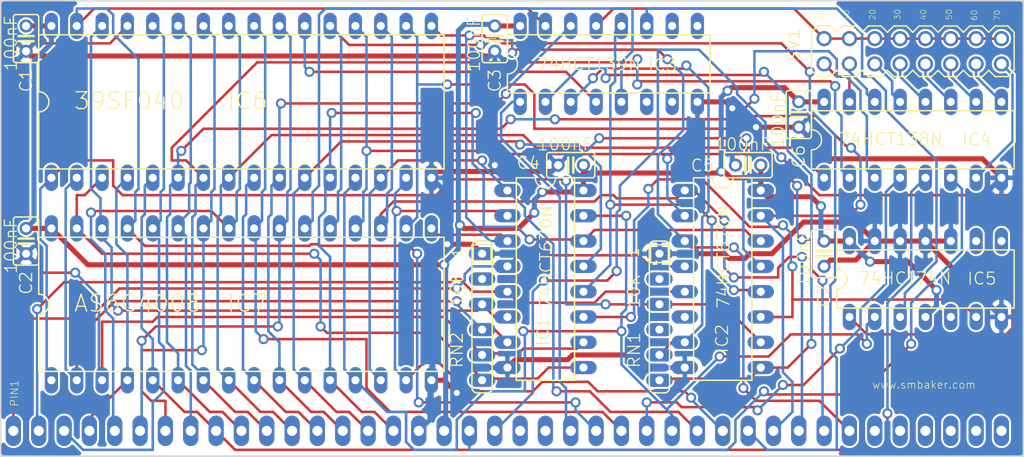
<source format=kicad_pcb>
(kicad_pcb (version 20171130) (host pcbnew 5.1.2)
  (layers (0 Top signal hide) (31 Bottom signal hide) (34 B.Paste user) (35 F.Paste user) (36 B.SilkS user) (37 F.SilkS user) (38 B.Mask user) (39 F.Mask user) (44 Edge.Cuts user))
  (net 0 "")
  (net 1 GND)
  (net 2 A15)
  (net 3 A14)
  (net 4 A13)
  (net 5 A12)
  (net 6 A11)
  (net 7 A10)
  (net 8 A9)
  (net 9 A8)
  (net 10 A7)
  (net 11 A6)
  (net 12 A5)
  (net 13 A4)
  (net 14 A3)
  (net 15 A2)
  (net 16 A1)
  (net 17 A0)
  (net 18 +5V)
  (net 19 ~RD)
  (net 20 ~WR)
  (net 21 M1)
  (net 22 D0)
  (net 23 D1)
  (net 24 D2)
  (net 25 D3)
  (net 26 D4)
  (net 27 D5)
  (net 28 D6)
  (net 29 D7)
  (net 30 MA14)
  (net 31 MA15)
  (net 32 MA16)
  (net 33 MA17)
  (net 34 MA18)
  (net 35 ROM_CS)
  (net 36 RAM_CS)
  (net 37 ~PG_WR)
  (net 38 MA19)
  (net 39 MA20)
  (net 40 ~MREQ)
  (net 41 N$4)
  (net 42 N$5)
  (net 43 N$6)
  (net 44 N$7)
  (net 45 N$8)
  (net 46 N$9)
  (net 47 N$10)
  (net 48 N$11)
  (net 49 N$12)
  (net 50 ~IOREQ)
  (net 51 ~PG_EN)
  (net 52 N$13)
  (net 53 ~RESET)
  (module 2fe143d13a9057f7874dd1e763167673:SIP40 (layer Top) (at 146.7611 125.3186)
    (fp_text reference CON1 hide)
    (fp_text value "RC2014 Backplane" hide)
    (pad 21 thru_hole oval (at 2.54 0 90) (size 3.048 1.524) (drill 1.016) (layers *.Cu *.Mask))
    (pad 22 thru_hole oval (at 5.08 0 90) (size 3.048 1.524) (drill 1.016) (layers *.Cu *.Mask))
    (pad 23 thru_hole oval (at 7.62 0 90) (size 3.048 1.524) (drill 1.016) (layers *.Cu *.Mask) (net 40 ~MREQ))
    (pad 24 thru_hole oval (at 10.16 0 90) (size 3.048 1.524) (drill 1.016) (layers *.Cu *.Mask) (net 20 ~WR))
    (pad 25 thru_hole oval (at 12.7 0 90) (size 3.048 1.524) (drill 1.016) (layers *.Cu *.Mask) (net 19 ~RD))
    (pad 26 thru_hole oval (at 15.24 0 90) (size 3.048 1.524) (drill 1.016) (layers *.Cu *.Mask) (net 50 ~IOREQ))
    (pad 27 thru_hole oval (at 17.78 0 90) (size 3.048 1.524) (drill 1.016) (layers *.Cu *.Mask) (net 22 D0))
    (pad 28 thru_hole oval (at 20.32 0 90) (size 3.048 1.524) (drill 1.016) (layers *.Cu *.Mask) (net 23 D1))
    (pad 29 thru_hole oval (at 22.86 0 90) (size 3.048 1.524) (drill 1.016) (layers *.Cu *.Mask) (net 24 D2))
    (pad 30 thru_hole oval (at 25.4 0 90) (size 3.048 1.524) (drill 1.016) (layers *.Cu *.Mask) (net 25 D3))
    (pad 31 thru_hole oval (at 27.94 0 90) (size 3.048 1.524) (drill 1.016) (layers *.Cu *.Mask) (net 26 D4))
    (pad 32 thru_hole oval (at 30.48 0 90) (size 3.048 1.524) (drill 1.016) (layers *.Cu *.Mask) (net 27 D5))
    (pad 33 thru_hole oval (at 33.02 0 90) (size 3.048 1.524) (drill 1.016) (layers *.Cu *.Mask) (net 28 D6))
    (pad 34 thru_hole oval (at 35.56 0 90) (size 3.048 1.524) (drill 1.016) (layers *.Cu *.Mask) (net 29 D7))
    (pad 35 thru_hole oval (at 38.1 0 90) (size 3.048 1.524) (drill 1.016) (layers *.Cu *.Mask))
    (pad 36 thru_hole oval (at 40.64 0 90) (size 3.048 1.524) (drill 1.016) (layers *.Cu *.Mask))
    (pad 37 thru_hole oval (at 43.18 0 90) (size 3.048 1.524) (drill 1.016) (layers *.Cu *.Mask))
    (pad 38 thru_hole oval (at 45.72 0 90) (size 3.048 1.524) (drill 1.016) (layers *.Cu *.Mask))
    (pad 39 thru_hole oval (at 48.26 0 90) (size 3.048 1.524) (drill 1.016) (layers *.Cu *.Mask))
    (pad 40 thru_hole oval (at 50.8 0 90) (size 3.048 1.524) (drill 1.016) (layers *.Cu *.Mask))
    (pad 3 thru_hole oval (at -43.18 0 90) (size 3.048 1.524) (drill 1.016) (layers *.Cu *.Mask) (net 4 A13))
    (pad 1 thru_hole oval (at -48.26 0 90) (size 3.048 1.524) (drill 1.016) (layers *.Cu *.Mask) (net 2 A15))
    (pad 2 thru_hole oval (at -45.72 0 90) (size 3.048 1.524) (drill 1.016) (layers *.Cu *.Mask) (net 3 A14))
    (pad 4 thru_hole oval (at -40.64 0 90) (size 3.048 1.524) (drill 1.016) (layers *.Cu *.Mask) (net 5 A12))
    (pad 5 thru_hole oval (at -38.1 0 90) (size 3.048 1.524) (drill 1.016) (layers *.Cu *.Mask) (net 6 A11))
    (pad 6 thru_hole oval (at -35.56 0 90) (size 3.048 1.524) (drill 1.016) (layers *.Cu *.Mask) (net 7 A10))
    (pad 7 thru_hole oval (at -33.02 0 90) (size 3.048 1.524) (drill 1.016) (layers *.Cu *.Mask) (net 8 A9))
    (pad 8 thru_hole oval (at -30.48 0 90) (size 3.048 1.524) (drill 1.016) (layers *.Cu *.Mask) (net 9 A8))
    (pad 9 thru_hole oval (at -27.94 0 90) (size 3.048 1.524) (drill 1.016) (layers *.Cu *.Mask) (net 10 A7))
    (pad 10 thru_hole oval (at -25.4 0 90) (size 3.048 1.524) (drill 1.016) (layers *.Cu *.Mask) (net 11 A6))
    (pad 11 thru_hole oval (at -22.86 0 90) (size 3.048 1.524) (drill 1.016) (layers *.Cu *.Mask) (net 12 A5))
    (pad 12 thru_hole oval (at -20.32 0 90) (size 3.048 1.524) (drill 1.016) (layers *.Cu *.Mask) (net 13 A4))
    (pad 13 thru_hole oval (at -17.78 0 90) (size 3.048 1.524) (drill 1.016) (layers *.Cu *.Mask) (net 14 A3))
    (pad 14 thru_hole oval (at -15.24 0 90) (size 3.048 1.524) (drill 1.016) (layers *.Cu *.Mask) (net 15 A2))
    (pad 15 thru_hole oval (at -12.7 0 90) (size 3.048 1.524) (drill 1.016) (layers *.Cu *.Mask) (net 16 A1))
    (pad 16 thru_hole oval (at -10.16 0 90) (size 3.048 1.524) (drill 1.016) (layers *.Cu *.Mask) (net 17 A0))
    (pad 17 thru_hole oval (at -7.62 0 90) (size 3.048 1.524) (drill 1.016) (layers *.Cu *.Mask) (net 1 GND))
    (pad 18 thru_hole oval (at -5.08 0 90) (size 3.048 1.524) (drill 1.016) (layers *.Cu *.Mask) (net 18 +5V))
    (pad 19 thru_hole oval (at -2.54 0 90) (size 3.048 1.524) (drill 1.016) (layers *.Cu *.Mask) (net 21 M1))
    (pad 20 thru_hole oval (at 0 0 90) (size 3.048 1.524) (drill 1.016) (layers *.Cu *.Mask) (net 53 ~RESET))
  )
  (module 2fe143d13a9057f7874dd1e763167673:C025-025X050 (layer Top) (at 99.7711 85.9486 270)
    (fp_text reference C1 (at 2.9514 0.7111 270) (layer F.SilkS) (effects (font (size 1.2065 1.2065) (thickness 0.127)) (justify right top)))
    (fp_text value 100nF (at -2.3826 2.2351 90) (layer F.SilkS) (effects (font (size 1.2065 1.2065) (thickness 0.12065)) (justify right top)))
    (pad 2 thru_hole circle (at 1.27 0 270) (size 1.3208 1.3208) (drill 0.8128) (layers *.Cu *.Mask) (net 1 GND))
    (pad 1 thru_hole circle (at -1.27 0 270) (size 1.3208 1.3208) (drill 0.8128) (layers *.Cu *.Mask) (net 18 +5V))
  )
  (module 2fe143d13a9057f7874dd1e763167673:C025-025X050 (layer Top) (at 99.7711 106.2686 270)
    (fp_text reference C2 (at 2.9514 0.7111 270) (layer F.SilkS) (effects (font (size 1.2065 1.2065) (thickness 0.127)) (justify right top)))
    (fp_text value 100nF (at -2.3826 2.2351 90) (layer F.SilkS) (effects (font (size 1.2065 1.2065) (thickness 0.12065)) (justify right top)))
    (pad 2 thru_hole circle (at 1.27 0 270) (size 1.3208 1.3208) (drill 0.8128) (layers *.Cu *.Mask) (net 1 GND))
    (pad 1 thru_hole circle (at -1.27 0 270) (size 1.3208 1.3208) (drill 0.8128) (layers *.Cu *.Mask) (net 18 +5V))
  )
  (module 2fe143d13a9057f7874dd1e763167673:C025-025X050 (layer Top) (at 146.7611 85.9486 270)
    (fp_text reference C3 (at 2.9514 0.7111 270) (layer F.SilkS) (effects (font (size 1.2065 1.2065) (thickness 0.127)) (justify right top)))
    (fp_text value 100nF (at -2.286 2.794 90) (layer F.SilkS) (effects (font (size 1.2065 1.2065) (thickness 0.12065)) (justify right top)))
    (pad 2 thru_hole circle (at 1.27 0 270) (size 1.3208 1.3208) (drill 0.8128) (layers *.Cu *.Mask) (net 1 GND))
    (pad 1 thru_hole circle (at -1.27 0 270) (size 1.3208 1.3208) (drill 0.8128) (layers *.Cu *.Mask) (net 18 +5V))
  )
  (module 2fe143d13a9057f7874dd1e763167673:C025-025X050 (layer Top) (at 154.3811 98.6486 180)
    (fp_text reference C4 (at 2.9911 0.9386 180) (layer F.SilkS) (effects (font (size 1.2065 1.2065) (thickness 0.127)) (justify right top)))
    (fp_text value 100nF (at -2.286 2.794) (layer F.SilkS) (effects (font (size 1.2065 1.2065) (thickness 0.12065)) (justify right top)))
    (pad 2 thru_hole circle (at 1.27 0 180) (size 1.3208 1.3208) (drill 0.8128) (layers *.Cu *.Mask) (net 1 GND))
    (pad 1 thru_hole circle (at -1.27 0 180) (size 1.3208 1.3208) (drill 0.8128) (layers *.Cu *.Mask) (net 18 +5V))
  )
  (module 2fe143d13a9057f7874dd1e763167673:C025-025X050 (layer Top) (at 172.1611 98.6486 180)
    (fp_text reference C5 (at 3.3111 0.6686 180) (layer F.SilkS) (effects (font (size 1.2065 1.2065) (thickness 0.127)) (justify right top)))
    (fp_text value 100nF (at -2.286 2.794) (layer F.SilkS) (effects (font (size 1.2065 1.2065) (thickness 0.12065)) (justify right top)))
    (pad 2 thru_hole circle (at 1.27 0 180) (size 1.3208 1.3208) (drill 0.8128) (layers *.Cu *.Mask) (net 1 GND))
    (pad 1 thru_hole circle (at -1.27 0 180) (size 1.3208 1.3208) (drill 0.8128) (layers *.Cu *.Mask) (net 18 +5V))
  )
  (module 2fe143d13a9057f7874dd1e763167673:DIL32 (layer Top) (at 121.3611 112.6186)
    (fp_text reference IC7 (at -1.524 0.889) (layer F.SilkS) (effects (font (size 1.6891 1.6891) (thickness 0.135128)) (justify left bottom)))
    (fp_text value AS6C4008 (at -16.891 0.889) (layer F.SilkS) (effects (font (size 1.6891 1.6891) (thickness 0.135128)) (justify left bottom)))
    (pad 32 thru_hole oval (at -19.05 -7.62 90) (size 2.6416 1.3208) (drill 0.8128) (layers *.Cu *.Mask) (net 18 +5V))
    (pad 31 thru_hole oval (at -16.51 -7.62 90) (size 2.6416 1.3208) (drill 0.8128) (layers *.Cu *.Mask) (net 31 MA15))
    (pad 30 thru_hole oval (at -13.97 -7.62 90) (size 2.6416 1.3208) (drill 0.8128) (layers *.Cu *.Mask) (net 33 MA17))
    (pad 29 thru_hole oval (at -11.43 -7.62 90) (size 2.6416 1.3208) (drill 0.8128) (layers *.Cu *.Mask) (net 20 ~WR))
    (pad 28 thru_hole oval (at -8.89 -7.62 90) (size 2.6416 1.3208) (drill 0.8128) (layers *.Cu *.Mask) (net 4 A13))
    (pad 27 thru_hole oval (at -6.35 -7.62 90) (size 2.6416 1.3208) (drill 0.8128) (layers *.Cu *.Mask) (net 9 A8))
    (pad 26 thru_hole oval (at -3.81 -7.62 90) (size 2.6416 1.3208) (drill 0.8128) (layers *.Cu *.Mask) (net 8 A9))
    (pad 25 thru_hole oval (at -1.27 -7.62 90) (size 2.6416 1.3208) (drill 0.8128) (layers *.Cu *.Mask) (net 6 A11))
    (pad 24 thru_hole oval (at 1.27 -7.62 90) (size 2.6416 1.3208) (drill 0.8128) (layers *.Cu *.Mask) (net 19 ~RD))
    (pad 23 thru_hole oval (at 3.81 -7.62 90) (size 2.6416 1.3208) (drill 0.8128) (layers *.Cu *.Mask) (net 7 A10))
    (pad 22 thru_hole oval (at 6.35 -7.62 90) (size 2.6416 1.3208) (drill 0.8128) (layers *.Cu *.Mask) (net 36 RAM_CS))
    (pad 21 thru_hole oval (at 8.89 -7.62 90) (size 2.6416 1.3208) (drill 0.8128) (layers *.Cu *.Mask) (net 29 D7))
    (pad 20 thru_hole oval (at 11.43 -7.62 90) (size 2.6416 1.3208) (drill 0.8128) (layers *.Cu *.Mask) (net 28 D6))
    (pad 19 thru_hole oval (at 13.97 -7.62 90) (size 2.6416 1.3208) (drill 0.8128) (layers *.Cu *.Mask) (net 27 D5))
    (pad 18 thru_hole oval (at 16.51 -7.62 90) (size 2.6416 1.3208) (drill 0.8128) (layers *.Cu *.Mask) (net 26 D4))
    (pad 17 thru_hole oval (at 19.05 -7.62 90) (size 2.6416 1.3208) (drill 0.8128) (layers *.Cu *.Mask) (net 25 D3))
    (pad 16 thru_hole oval (at 19.05 7.62 90) (size 2.6416 1.3208) (drill 0.8128) (layers *.Cu *.Mask) (net 1 GND))
    (pad 15 thru_hole oval (at 16.51 7.62 90) (size 2.6416 1.3208) (drill 0.8128) (layers *.Cu *.Mask) (net 24 D2))
    (pad 14 thru_hole oval (at 13.97 7.62 90) (size 2.6416 1.3208) (drill 0.8128) (layers *.Cu *.Mask) (net 23 D1))
    (pad 13 thru_hole oval (at 11.43 7.62 90) (size 2.6416 1.3208) (drill 0.8128) (layers *.Cu *.Mask) (net 22 D0))
    (pad 12 thru_hole oval (at 8.89 7.62 90) (size 2.6416 1.3208) (drill 0.8128) (layers *.Cu *.Mask) (net 17 A0))
    (pad 11 thru_hole oval (at 6.35 7.62 90) (size 2.6416 1.3208) (drill 0.8128) (layers *.Cu *.Mask) (net 16 A1))
    (pad 10 thru_hole oval (at 3.81 7.62 90) (size 2.6416 1.3208) (drill 0.8128) (layers *.Cu *.Mask) (net 15 A2))
    (pad 9 thru_hole oval (at 1.27 7.62 90) (size 2.6416 1.3208) (drill 0.8128) (layers *.Cu *.Mask) (net 14 A3))
    (pad 5 thru_hole oval (at -8.89 7.62 90) (size 2.6416 1.3208) (drill 0.8128) (layers *.Cu *.Mask) (net 10 A7))
    (pad 6 thru_hole oval (at -6.35 7.62 90) (size 2.6416 1.3208) (drill 0.8128) (layers *.Cu *.Mask) (net 11 A6))
    (pad 4 thru_hole oval (at -11.43 7.62 90) (size 2.6416 1.3208) (drill 0.8128) (layers *.Cu *.Mask) (net 5 A12))
    (pad 3 thru_hole oval (at -13.97 7.62 90) (size 2.6416 1.3208) (drill 0.8128) (layers *.Cu *.Mask) (net 30 MA14))
    (pad 8 thru_hole oval (at -1.27 7.62 90) (size 2.6416 1.3208) (drill 0.8128) (layers *.Cu *.Mask) (net 13 A4))
    (pad 7 thru_hole oval (at -3.81 7.62 90) (size 2.6416 1.3208) (drill 0.8128) (layers *.Cu *.Mask) (net 12 A5))
    (pad 2 thru_hole oval (at -16.51 7.62 90) (size 2.6416 1.3208) (drill 0.8128) (layers *.Cu *.Mask) (net 32 MA16))
    (pad 1 thru_hole oval (at -19.05 7.62 90) (size 2.6416 1.3208) (drill 0.8128) (layers *.Cu *.Mask) (net 34 MA18))
  )
  (module 2fe143d13a9057f7874dd1e763167673:DIL32 (layer Top) (at 121.3611 92.2986)
    (fp_text reference IC6 (at -1.524 0.889) (layer F.SilkS) (effects (font (size 1.6891 1.6891) (thickness 0.135128)) (justify left bottom)))
    (fp_text value 39SF040 (at -16.891 0.889) (layer F.SilkS) (effects (font (size 1.6891 1.6891) (thickness 0.135128)) (justify left bottom)))
    (pad 32 thru_hole oval (at -19.05 -7.62 90) (size 2.6416 1.3208) (drill 0.8128) (layers *.Cu *.Mask) (net 18 +5V))
    (pad 31 thru_hole oval (at -16.51 -7.62 90) (size 2.6416 1.3208) (drill 0.8128) (layers *.Cu *.Mask) (net 20 ~WR))
    (pad 30 thru_hole oval (at -13.97 -7.62 90) (size 2.6416 1.3208) (drill 0.8128) (layers *.Cu *.Mask) (net 33 MA17))
    (pad 29 thru_hole oval (at -11.43 -7.62 90) (size 2.6416 1.3208) (drill 0.8128) (layers *.Cu *.Mask) (net 30 MA14))
    (pad 28 thru_hole oval (at -8.89 -7.62 90) (size 2.6416 1.3208) (drill 0.8128) (layers *.Cu *.Mask) (net 4 A13))
    (pad 27 thru_hole oval (at -6.35 -7.62 90) (size 2.6416 1.3208) (drill 0.8128) (layers *.Cu *.Mask) (net 9 A8))
    (pad 26 thru_hole oval (at -3.81 -7.62 90) (size 2.6416 1.3208) (drill 0.8128) (layers *.Cu *.Mask) (net 8 A9))
    (pad 25 thru_hole oval (at -1.27 -7.62 90) (size 2.6416 1.3208) (drill 0.8128) (layers *.Cu *.Mask) (net 6 A11))
    (pad 24 thru_hole oval (at 1.27 -7.62 90) (size 2.6416 1.3208) (drill 0.8128) (layers *.Cu *.Mask) (net 19 ~RD))
    (pad 23 thru_hole oval (at 3.81 -7.62 90) (size 2.6416 1.3208) (drill 0.8128) (layers *.Cu *.Mask) (net 7 A10))
    (pad 22 thru_hole oval (at 6.35 -7.62 90) (size 2.6416 1.3208) (drill 0.8128) (layers *.Cu *.Mask) (net 35 ROM_CS))
    (pad 21 thru_hole oval (at 8.89 -7.62 90) (size 2.6416 1.3208) (drill 0.8128) (layers *.Cu *.Mask) (net 29 D7))
    (pad 20 thru_hole oval (at 11.43 -7.62 90) (size 2.6416 1.3208) (drill 0.8128) (layers *.Cu *.Mask) (net 28 D6))
    (pad 19 thru_hole oval (at 13.97 -7.62 90) (size 2.6416 1.3208) (drill 0.8128) (layers *.Cu *.Mask) (net 27 D5))
    (pad 18 thru_hole oval (at 16.51 -7.62 90) (size 2.6416 1.3208) (drill 0.8128) (layers *.Cu *.Mask) (net 26 D4))
    (pad 17 thru_hole oval (at 19.05 -7.62 90) (size 2.6416 1.3208) (drill 0.8128) (layers *.Cu *.Mask) (net 25 D3))
    (pad 16 thru_hole oval (at 19.05 7.62 90) (size 2.6416 1.3208) (drill 0.8128) (layers *.Cu *.Mask) (net 1 GND))
    (pad 15 thru_hole oval (at 16.51 7.62 90) (size 2.6416 1.3208) (drill 0.8128) (layers *.Cu *.Mask) (net 24 D2))
    (pad 14 thru_hole oval (at 13.97 7.62 90) (size 2.6416 1.3208) (drill 0.8128) (layers *.Cu *.Mask) (net 23 D1))
    (pad 13 thru_hole oval (at 11.43 7.62 90) (size 2.6416 1.3208) (drill 0.8128) (layers *.Cu *.Mask) (net 22 D0))
    (pad 12 thru_hole oval (at 8.89 7.62 90) (size 2.6416 1.3208) (drill 0.8128) (layers *.Cu *.Mask) (net 17 A0))
    (pad 11 thru_hole oval (at 6.35 7.62 90) (size 2.6416 1.3208) (drill 0.8128) (layers *.Cu *.Mask) (net 16 A1))
    (pad 10 thru_hole oval (at 3.81 7.62 90) (size 2.6416 1.3208) (drill 0.8128) (layers *.Cu *.Mask) (net 15 A2))
    (pad 9 thru_hole oval (at 1.27 7.62 90) (size 2.6416 1.3208) (drill 0.8128) (layers *.Cu *.Mask) (net 14 A3))
    (pad 5 thru_hole oval (at -8.89 7.62 90) (size 2.6416 1.3208) (drill 0.8128) (layers *.Cu *.Mask) (net 10 A7))
    (pad 6 thru_hole oval (at -6.35 7.62 90) (size 2.6416 1.3208) (drill 0.8128) (layers *.Cu *.Mask) (net 11 A6))
    (pad 4 thru_hole oval (at -11.43 7.62 90) (size 2.6416 1.3208) (drill 0.8128) (layers *.Cu *.Mask) (net 5 A12))
    (pad 3 thru_hole oval (at -13.97 7.62 90) (size 2.6416 1.3208) (drill 0.8128) (layers *.Cu *.Mask) (net 31 MA15))
    (pad 8 thru_hole oval (at -1.27 7.62 90) (size 2.6416 1.3208) (drill 0.8128) (layers *.Cu *.Mask) (net 13 A4))
    (pad 7 thru_hole oval (at -3.81 7.62 90) (size 2.6416 1.3208) (drill 0.8128) (layers *.Cu *.Mask) (net 12 A5))
    (pad 2 thru_hole oval (at -16.51 7.62 90) (size 2.6416 1.3208) (drill 0.8128) (layers *.Cu *.Mask) (net 32 MA16))
    (pad 1 thru_hole oval (at -19.05 7.62 90) (size 2.6416 1.3208) (drill 0.8128) (layers *.Cu *.Mask) (net 34 MA18))
  )
  (module 2fe143d13a9057f7874dd1e763167673:DIL16 (layer Top) (at 151.8411 110.0786 270)
    (fp_text reference IC1 (at 6.8314 -0.4589 90) (layer F.SilkS) (effects (font (size 1.2065 1.2065) (thickness 0.12065)) (justify left bottom)))
    (fp_text value 74HCT670N (at -7.493 0.635 90) (layer F.SilkS) (effects (font (size 1.2065 1.2065) (thickness 0.12065)) (justify right top)))
    (pad 16 thru_hole oval (at -8.89 -3.81) (size 2.6416 1.3208) (drill 0.8128) (layers *.Cu *.Mask) (net 18 +5V))
    (pad 15 thru_hole oval (at -6.35 -3.81) (size 2.6416 1.3208) (drill 0.8128) (layers *.Cu *.Mask) (net 22 D0))
    (pad 14 thru_hole oval (at -3.81 -3.81) (size 2.6416 1.3208) (drill 0.8128) (layers *.Cu *.Mask) (net 17 A0))
    (pad 13 thru_hole oval (at -1.27 -3.81) (size 2.6416 1.3208) (drill 0.8128) (layers *.Cu *.Mask) (net 16 A1))
    (pad 12 thru_hole oval (at 1.27 -3.81) (size 2.6416 1.3208) (drill 0.8128) (layers *.Cu *.Mask) (net 37 ~PG_WR))
    (pad 11 thru_hole oval (at 3.81 -3.81) (size 2.6416 1.3208) (drill 0.8128) (layers *.Cu *.Mask) (net 52 N$13))
    (pad 10 thru_hole oval (at 6.35 -3.81) (size 2.6416 1.3208) (drill 0.8128) (layers *.Cu *.Mask) (net 30 MA14))
    (pad 9 thru_hole oval (at 8.89 -3.81) (size 2.6416 1.3208) (drill 0.8128) (layers *.Cu *.Mask) (net 31 MA15))
    (pad 5 thru_hole oval (at 1.27 3.81) (size 2.6416 1.3208) (drill 0.8128) (layers *.Cu *.Mask) (net 3 A14))
    (pad 6 thru_hole oval (at 3.81 3.81) (size 2.6416 1.3208) (drill 0.8128) (layers *.Cu *.Mask) (net 33 MA17))
    (pad 4 thru_hole oval (at -1.27 3.81) (size 2.6416 1.3208) (drill 0.8128) (layers *.Cu *.Mask) (net 2 A15))
    (pad 3 thru_hole oval (at -3.81 3.81) (size 2.6416 1.3208) (drill 0.8128) (layers *.Cu *.Mask) (net 25 D3))
    (pad 8 thru_hole oval (at 8.89 3.81) (size 2.6416 1.3208) (drill 0.8128) (layers *.Cu *.Mask) (net 1 GND))
    (pad 7 thru_hole oval (at 6.35 3.81) (size 2.6416 1.3208) (drill 0.8128) (layers *.Cu *.Mask) (net 32 MA16))
    (pad 2 thru_hole oval (at -6.35 3.81) (size 2.6416 1.3208) (drill 0.8128) (layers *.Cu *.Mask) (net 24 D2))
    (pad 1 thru_hole oval (at -8.89 3.81) (size 2.6416 1.3208) (drill 0.8128) (layers *.Cu *.Mask) (net 23 D1))
  )
  (module 2fe143d13a9057f7874dd1e763167673:DIL16 (layer Top) (at 169.6211 110.0786 270)
    (fp_text reference IC2 (at 7.5314 -0.6289 90) (layer F.SilkS) (effects (font (size 1.2065 1.2065) (thickness 0.12065)) (justify left bottom)))
    (fp_text value 74HCT670N (at -7.493 0.635 90) (layer F.SilkS) (effects (font (size 1.2065 1.2065) (thickness 0.12065)) (justify right top)))
    (pad 16 thru_hole oval (at -8.89 -3.81) (size 2.6416 1.3208) (drill 0.8128) (layers *.Cu *.Mask) (net 18 +5V))
    (pad 15 thru_hole oval (at -6.35 -3.81) (size 2.6416 1.3208) (drill 0.8128) (layers *.Cu *.Mask) (net 26 D4))
    (pad 14 thru_hole oval (at -3.81 -3.81) (size 2.6416 1.3208) (drill 0.8128) (layers *.Cu *.Mask) (net 17 A0))
    (pad 13 thru_hole oval (at -1.27 -3.81) (size 2.6416 1.3208) (drill 0.8128) (layers *.Cu *.Mask) (net 16 A1))
    (pad 12 thru_hole oval (at 1.27 -3.81) (size 2.6416 1.3208) (drill 0.8128) (layers *.Cu *.Mask) (net 37 ~PG_WR))
    (pad 11 thru_hole oval (at 3.81 -3.81) (size 2.6416 1.3208) (drill 0.8128) (layers *.Cu *.Mask) (net 52 N$13))
    (pad 10 thru_hole oval (at 6.35 -3.81) (size 2.6416 1.3208) (drill 0.8128) (layers *.Cu *.Mask) (net 34 MA18))
    (pad 9 thru_hole oval (at 8.89 -3.81) (size 2.6416 1.3208) (drill 0.8128) (layers *.Cu *.Mask) (net 38 MA19))
    (pad 5 thru_hole oval (at 1.27 3.81) (size 2.6416 1.3208) (drill 0.8128) (layers *.Cu *.Mask) (net 3 A14))
    (pad 6 thru_hole oval (at 3.81 3.81) (size 2.6416 1.3208) (drill 0.8128) (layers *.Cu *.Mask))
    (pad 4 thru_hole oval (at -1.27 3.81) (size 2.6416 1.3208) (drill 0.8128) (layers *.Cu *.Mask) (net 2 A15))
    (pad 3 thru_hole oval (at -3.81 3.81) (size 2.6416 1.3208) (drill 0.8128) (layers *.Cu *.Mask) (net 29 D7))
    (pad 8 thru_hole oval (at 8.89 3.81) (size 2.6416 1.3208) (drill 0.8128) (layers *.Cu *.Mask) (net 1 GND))
    (pad 7 thru_hole oval (at 6.35 3.81) (size 2.6416 1.3208) (drill 0.8128) (layers *.Cu *.Mask) (net 39 MA20))
    (pad 2 thru_hole oval (at -6.35 3.81) (size 2.6416 1.3208) (drill 0.8128) (layers *.Cu *.Mask) (net 28 D6))
    (pad 1 thru_hole oval (at -8.89 3.81) (size 2.6416 1.3208) (drill 0.8128) (layers *.Cu *.Mask) (net 27 D5))
  )
  (module 2fe143d13a9057f7874dd1e763167673:DIL16 (layer Top) (at 158.1911 88.4886)
    (fp_text reference IC3 (at 6.941 -0.609) (layer F.SilkS) (effects (font (size 1.2065 1.2065) (thickness 0.12065)) (justify right top)))
    (fp_text value 74HCT139N (at -7.283 0.71815) (layer F.SilkS) (effects (font (size 1.2065 1.2065) (thickness 0.12065)) (justify left bottom)))
    (pad 16 thru_hole oval (at -8.89 -3.81 90) (size 2.6416 1.3208) (drill 0.8128) (layers *.Cu *.Mask) (net 18 +5V))
    (pad 15 thru_hole oval (at -6.35 -3.81 90) (size 2.6416 1.3208) (drill 0.8128) (layers *.Cu *.Mask) (net 20 ~WR))
    (pad 14 thru_hole oval (at -3.81 -3.81 90) (size 2.6416 1.3208) (drill 0.8128) (layers *.Cu *.Mask) (net 15 A2))
    (pad 13 thru_hole oval (at -1.27 -3.81 90) (size 2.6416 1.3208) (drill 0.8128) (layers *.Cu *.Mask) (net 49 N$12))
    (pad 12 thru_hole oval (at 1.27 -3.81 90) (size 2.6416 1.3208) (drill 0.8128) (layers *.Cu *.Mask) (net 37 ~PG_WR))
    (pad 11 thru_hole oval (at 3.81 -3.81 90) (size 2.6416 1.3208) (drill 0.8128) (layers *.Cu *.Mask) (net 51 ~PG_EN))
    (pad 10 thru_hole oval (at 6.35 -3.81 90) (size 2.6416 1.3208) (drill 0.8128) (layers *.Cu *.Mask))
    (pad 9 thru_hole oval (at 8.89 -3.81 90) (size 2.6416 1.3208) (drill 0.8128) (layers *.Cu *.Mask))
    (pad 5 thru_hole oval (at 1.27 3.81 90) (size 2.6416 1.3208) (drill 0.8128) (layers *.Cu *.Mask) (net 36 RAM_CS))
    (pad 6 thru_hole oval (at 3.81 3.81 90) (size 2.6416 1.3208) (drill 0.8128) (layers *.Cu *.Mask))
    (pad 4 thru_hole oval (at -1.27 3.81 90) (size 2.6416 1.3208) (drill 0.8128) (layers *.Cu *.Mask) (net 35 ROM_CS))
    (pad 3 thru_hole oval (at -3.81 3.81 90) (size 2.6416 1.3208) (drill 0.8128) (layers *.Cu *.Mask) (net 39 MA20))
    (pad 8 thru_hole oval (at 8.89 3.81 90) (size 2.6416 1.3208) (drill 0.8128) (layers *.Cu *.Mask) (net 1 GND))
    (pad 7 thru_hole oval (at 6.35 3.81 90) (size 2.6416 1.3208) (drill 0.8128) (layers *.Cu *.Mask))
    (pad 2 thru_hole oval (at -6.35 3.81 90) (size 2.6416 1.3208) (drill 0.8128) (layers *.Cu *.Mask) (net 38 MA19))
    (pad 1 thru_hole oval (at -8.89 3.81 90) (size 2.6416 1.3208) (drill 0.8128) (layers *.Cu *.Mask) (net 40 ~MREQ))
  )
  (module 2fe143d13a9057f7874dd1e763167673:DIL16 (layer Top) (at 188.6711 96.1086)
    (fp_text reference IC4 (at 4.8769 0.6654) (layer F.SilkS) (effects (font (size 1.2065 1.2065) (thickness 0.12065)) (justify left bottom)))
    (fp_text value 74HCT138N (at -7.493 0.635) (layer F.SilkS) (effects (font (size 1.2065 1.2065) (thickness 0.12065)) (justify left bottom)))
    (pad 16 thru_hole oval (at -8.89 -3.81 90) (size 2.6416 1.3208) (drill 0.8128) (layers *.Cu *.Mask) (net 18 +5V))
    (pad 15 thru_hole oval (at -6.35 -3.81 90) (size 2.6416 1.3208) (drill 0.8128) (layers *.Cu *.Mask) (net 48 N$11))
    (pad 14 thru_hole oval (at -3.81 -3.81 90) (size 2.6416 1.3208) (drill 0.8128) (layers *.Cu *.Mask) (net 47 N$10))
    (pad 13 thru_hole oval (at -1.27 -3.81 90) (size 2.6416 1.3208) (drill 0.8128) (layers *.Cu *.Mask) (net 46 N$9))
    (pad 12 thru_hole oval (at 1.27 -3.81 90) (size 2.6416 1.3208) (drill 0.8128) (layers *.Cu *.Mask) (net 45 N$8))
    (pad 11 thru_hole oval (at 3.81 -3.81 90) (size 2.6416 1.3208) (drill 0.8128) (layers *.Cu *.Mask) (net 44 N$7))
    (pad 10 thru_hole oval (at 6.35 -3.81 90) (size 2.6416 1.3208) (drill 0.8128) (layers *.Cu *.Mask) (net 43 N$6))
    (pad 9 thru_hole oval (at 8.89 -3.81 90) (size 2.6416 1.3208) (drill 0.8128) (layers *.Cu *.Mask) (net 42 N$5))
    (pad 5 thru_hole oval (at 1.27 3.81 90) (size 2.6416 1.3208) (drill 0.8128) (layers *.Cu *.Mask) (net 10 A7))
    (pad 6 thru_hole oval (at 3.81 3.81 90) (size 2.6416 1.3208) (drill 0.8128) (layers *.Cu *.Mask) (net 21 M1))
    (pad 4 thru_hole oval (at -1.27 3.81 90) (size 2.6416 1.3208) (drill 0.8128) (layers *.Cu *.Mask) (net 50 ~IOREQ))
    (pad 3 thru_hole oval (at -3.81 3.81 90) (size 2.6416 1.3208) (drill 0.8128) (layers *.Cu *.Mask) (net 11 A6))
    (pad 8 thru_hole oval (at 8.89 3.81 90) (size 2.6416 1.3208) (drill 0.8128) (layers *.Cu *.Mask) (net 1 GND))
    (pad 7 thru_hole oval (at 6.35 3.81 90) (size 2.6416 1.3208) (drill 0.8128) (layers *.Cu *.Mask) (net 41 N$4))
    (pad 2 thru_hole oval (at -6.35 3.81 90) (size 2.6416 1.3208) (drill 0.8128) (layers *.Cu *.Mask) (net 12 A5))
    (pad 1 thru_hole oval (at -8.89 3.81 90) (size 2.6416 1.3208) (drill 0.8128) (layers *.Cu *.Mask) (net 13 A4))
  )
  (module 2fe143d13a9057f7874dd1e763167673:DIL14 (layer Top) (at 189.9411 110.0786)
    (fp_text reference IC5 (at 4.1149 0.6654) (layer F.SilkS) (effects (font (size 1.2065 1.2065) (thickness 0.12065)) (justify left bottom)))
    (fp_text value 74HCT74N (at -6.731 0.635) (layer F.SilkS) (effects (font (size 1.2065 1.2065) (thickness 0.12065)) (justify left bottom)))
    (pad 14 thru_hole oval (at -7.62 -3.81 90) (size 2.6416 1.3208) (drill 0.8128) (layers *.Cu *.Mask) (net 18 +5V))
    (pad 13 thru_hole oval (at -5.08 -3.81 90) (size 2.6416 1.3208) (drill 0.8128) (layers *.Cu *.Mask) (net 1 GND))
    (pad 12 thru_hole oval (at -2.54 -3.81 90) (size 2.6416 1.3208) (drill 0.8128) (layers *.Cu *.Mask) (net 1 GND))
    (pad 11 thru_hole oval (at 0 -3.81 90) (size 2.6416 1.3208) (drill 0.8128) (layers *.Cu *.Mask) (net 1 GND))
    (pad 10 thru_hole oval (at 2.54 -3.81 90) (size 2.6416 1.3208) (drill 0.8128) (layers *.Cu *.Mask) (net 1 GND))
    (pad 9 thru_hole oval (at 5.08 -3.81 90) (size 2.6416 1.3208) (drill 0.8128) (layers *.Cu *.Mask))
    (pad 5 thru_hole oval (at 2.54 3.81 90) (size 2.6416 1.3208) (drill 0.8128) (layers *.Cu *.Mask))
    (pad 6 thru_hole oval (at 5.08 3.81 90) (size 2.6416 1.3208) (drill 0.8128) (layers *.Cu *.Mask) (net 52 N$13))
    (pad 4 thru_hole oval (at 0 3.81 90) (size 2.6416 1.3208) (drill 0.8128) (layers *.Cu *.Mask) (net 18 +5V))
    (pad 3 thru_hole oval (at -2.54 3.81 90) (size 2.6416 1.3208) (drill 0.8128) (layers *.Cu *.Mask) (net 51 ~PG_EN))
    (pad 8 thru_hole oval (at 7.62 -3.81 90) (size 2.6416 1.3208) (drill 0.8128) (layers *.Cu *.Mask))
    (pad 7 thru_hole oval (at 7.62 3.81 90) (size 2.6416 1.3208) (drill 0.8128) (layers *.Cu *.Mask) (net 1 GND))
    (pad 2 thru_hole oval (at -5.08 3.81 90) (size 2.6416 1.3208) (drill 0.8128) (layers *.Cu *.Mask) (net 22 D0))
    (pad 1 thru_hole oval (at -7.62 3.81 90) (size 2.6416 1.3208) (drill 0.8128) (layers *.Cu *.Mask) (net 53 ~RESET))
  )
  (module 2fe143d13a9057f7874dd1e763167673:MA08-2 (layer Top) (at 188.6711 87.2186 180)
    (fp_text reference SV1 (at 12.6491 2.3826 90) (layer F.SilkS) (effects (font (size 1.2065 1.2065) (thickness 0.127)) (justify right top)))
    (fp_text value "")
    (pad 16 thru_hole circle (at 8.89 -1.27 180) (size 1.524 1.524) (drill 1.016) (layers *.Cu *.Mask) (net 48 N$11))
    (pad 14 thru_hole circle (at 6.35 -1.27 180) (size 1.524 1.524) (drill 1.016) (layers *.Cu *.Mask) (net 47 N$10))
    (pad 15 thru_hole circle (at 8.89 1.27 180) (size 1.524 1.524) (drill 1.016) (layers *.Cu *.Mask) (net 49 N$12))
    (pad 13 thru_hole circle (at 6.35 1.27 180) (size 1.524 1.524) (drill 1.016) (layers *.Cu *.Mask) (net 49 N$12))
    (pad 12 thru_hole circle (at 3.81 -1.27 180) (size 1.524 1.524) (drill 1.016) (layers *.Cu *.Mask) (net 46 N$9))
    (pad 10 thru_hole circle (at 1.27 -1.27 180) (size 1.524 1.524) (drill 1.016) (layers *.Cu *.Mask) (net 45 N$8))
    (pad 8 thru_hole circle (at -1.27 -1.27 180) (size 1.524 1.524) (drill 1.016) (layers *.Cu *.Mask) (net 44 N$7))
    (pad 6 thru_hole circle (at -3.81 -1.27 180) (size 1.524 1.524) (drill 1.016) (layers *.Cu *.Mask) (net 43 N$6))
    (pad 4 thru_hole circle (at -6.35 -1.27 180) (size 1.524 1.524) (drill 1.016) (layers *.Cu *.Mask) (net 42 N$5))
    (pad 2 thru_hole circle (at -8.89 -1.27 180) (size 1.524 1.524) (drill 1.016) (layers *.Cu *.Mask) (net 41 N$4))
    (pad 11 thru_hole circle (at 3.81 1.27 180) (size 1.524 1.524) (drill 1.016) (layers *.Cu *.Mask) (net 49 N$12))
    (pad 9 thru_hole circle (at 1.27 1.27 180) (size 1.524 1.524) (drill 1.016) (layers *.Cu *.Mask) (net 49 N$12))
    (pad 7 thru_hole circle (at -1.27 1.27 180) (size 1.524 1.524) (drill 1.016) (layers *.Cu *.Mask) (net 49 N$12))
    (pad 5 thru_hole circle (at -3.81 1.27 180) (size 1.524 1.524) (drill 1.016) (layers *.Cu *.Mask) (net 49 N$12))
    (pad 3 thru_hole circle (at -6.35 1.27 180) (size 1.524 1.524) (drill 1.016) (layers *.Cu *.Mask) (net 49 N$12))
    (pad 1 thru_hole circle (at -8.89 1.27 180) (size 1.524 1.524) (drill 1.016) (layers *.Cu *.Mask) (net 49 N$12))
  )
  (module 2fe143d13a9057f7874dd1e763167673:C025-025X050 (layer Top) (at 177.2411 93.5686 270)
    (fp_text reference C6 (at 2.9514 0.7111 270) (layer F.SilkS) (effects (font (size 1.2065 1.2065) (thickness 0.127)) (justify right top)))
    (fp_text value 100nF (at -2.286 2.794 90) (layer F.SilkS) (effects (font (size 1.2065 1.2065) (thickness 0.12065)) (justify right top)))
    (pad 2 thru_hole circle (at 1.27 0 270) (size 1.3208 1.3208) (drill 0.8128) (layers *.Cu *.Mask) (net 1 GND))
    (pad 1 thru_hole circle (at -1.27 0 270) (size 1.3208 1.3208) (drill 0.8128) (layers *.Cu *.Mask) (net 18 +5V))
  )
  (module 2fe143d13a9057f7874dd1e763167673:SIL6 (layer Top) (at 163.2711 113.8886 270)
    (fp_text reference RN1 (at 1.4274 3.2511 270) (layer F.SilkS) (effects (font (size 1.2065 1.2065) (thickness 0.127)) (justify right top)))
    (fp_text value 10K (at -4.4146 3.2511 90) (layer F.SilkS) (effects (font (size 1.2065 1.2065) (thickness 0.12065)) (justify right top)))
    (fp_text user 1 (at -5.9386 1.9811 270) (layer F.SilkS) (effects (font (size 0.94107 0.94107) (thickness 0.118872)) (justify left bottom)))
    (pad 6 thru_hole oval (at 6.35 0) (size 2.6416 1.3208) (drill 0.8128) (layers *.Cu *.Mask) (net 38 MA19))
    (pad 5 thru_hole oval (at 3.81 0) (size 2.6416 1.3208) (drill 0.8128) (layers *.Cu *.Mask) (net 39 MA20))
    (pad 4 thru_hole oval (at 1.27 0) (size 2.6416 1.3208) (drill 0.8128) (layers *.Cu *.Mask))
    (pad 3 thru_hole oval (at -1.27 0) (size 2.6416 1.3208) (drill 0.8128) (layers *.Cu *.Mask) (net 34 MA18))
    (pad 2 thru_hole oval (at -3.81 0) (size 2.6416 1.3208) (drill 0.8128) (layers *.Cu *.Mask))
    (pad 1 thru_hole oval (at -6.35 0) (size 2.6416 1.3208) (drill 0.8128) (layers *.Cu *.Mask) (net 1 GND))
  )
  (module 2fe143d13a9057f7874dd1e763167673:SIL6 (layer Top) (at 145.4911 113.8886 270)
    (fp_text reference RN2 (at 1.4274 3.2511 270) (layer F.SilkS) (effects (font (size 1.2065 1.2065) (thickness 0.127)) (justify right top)))
    (fp_text value 10K (at -4.6686 3.2511 90) (layer F.SilkS) (effects (font (size 1.2065 1.2065) (thickness 0.12065)) (justify right top)))
    (fp_text user 1 (at -5.9386 1.9811 270) (layer F.SilkS) (effects (font (size 0.94107 0.94107) (thickness 0.118872)) (justify left bottom)))
    (pad 6 thru_hole oval (at 6.35 0) (size 2.6416 1.3208) (drill 0.8128) (layers *.Cu *.Mask) (net 31 MA15))
    (pad 5 thru_hole oval (at 3.81 0) (size 2.6416 1.3208) (drill 0.8128) (layers *.Cu *.Mask) (net 30 MA14))
    (pad 4 thru_hole oval (at 1.27 0) (size 2.6416 1.3208) (drill 0.8128) (layers *.Cu *.Mask) (net 32 MA16))
    (pad 3 thru_hole oval (at -1.27 0) (size 2.6416 1.3208) (drill 0.8128) (layers *.Cu *.Mask) (net 33 MA17))
    (pad 2 thru_hole oval (at -3.81 0) (size 2.6416 1.3208) (drill 0.8128) (layers *.Cu *.Mask))
    (pad 1 thru_hole oval (at -6.35 0) (size 2.6416 1.3208) (drill 0.8128) (layers *.Cu *.Mask) (net 1 GND))
  )
  (module 2fe143d13a9057f7874dd1e763167673:C025-025X050 (layer Top) (at 179.7811 107.5386 270)
    (fp_text reference C7 (at 2.9514 0.7111 270) (layer F.SilkS) (effects (font (size 1.2065 1.2065) (thickness 0.127)) (justify right top)))
    (fp_text value 100nF (at -2.286 2.794 90) (layer F.SilkS) (effects (font (size 1.2065 1.2065) (thickness 0.12065)) (justify right top)))
    (pad 2 thru_hole circle (at 1.27 0 270) (size 1.3208 1.3208) (drill 0.8128) (layers *.Cu *.Mask) (net 1 GND))
    (pad 1 thru_hole circle (at -1.27 0 270) (size 1.3208 1.3208) (drill 0.8128) (layers *.Cu *.Mask) (net 18 +5V))
  )
  (gr_line (start 97.2311 127.8586) (end 199.7711 127.8586) (layer Edge.Cuts) (width 0.15))
  (gr_line (start 199.7711 127.8586) (end 199.7711 82.1486) (layer Edge.Cuts) (width 0.15))
  (gr_line (start 199.7711 82.1486) (end 97.2311 82.1486) (layer Edge.Cuts) (width 0.15))
  (gr_line (start 97.2311 82.1486) (end 97.2311 127.8586) (layer Edge.Cuts) (width 0.15))
  (gr_text PIN1 (at 99.06 122.936 90) (layer F.SilkS) (effects (font (size 0.77216 0.77216) (thickness 0.065024)) (justify left bottom)))
  (gr_text www.smbaker.com (at 195.0211 120.2386) (layer F.SilkS) (effects (font (size 0.77216 0.77216) (thickness 0.065024)) (justify right top)))
  (gr_text 00 (at 179.8 84.19 90) (layer F.SilkS) (effects (font (size 0.57912 0.57912) (thickness 0.048768)) (justify left bottom)))
  (gr_text 10 (at 182.38 84.19 90) (layer F.SilkS) (effects (font (size 0.57912 0.57912) (thickness 0.048768)) (justify left bottom)))
  (gr_text 20 (at 184.97 84.12 90) (layer F.SilkS) (effects (font (size 0.57912 0.57912) (thickness 0.048768)) (justify left bottom)))
  (gr_text 30 (at 187.48 84.12 90) (layer F.SilkS) (effects (font (size 0.57912 0.57912) (thickness 0.048768)) (justify left bottom)))
  (gr_text 40 (at 190.07 84.12 90) (layer F.SilkS) (effects (font (size 0.57912 0.57912) (thickness 0.048768)) (justify left bottom)))
  (gr_text 50 (at 192.65 84.12 90) (layer F.SilkS) (effects (font (size 0.57912 0.57912) (thickness 0.048768)) (justify left bottom)))
  (gr_text 60 (at 195.16 84.19 90) (layer F.SilkS) (effects (font (size 0.57912 0.57912) (thickness 0.048768)) (justify left bottom)))
  (gr_text 70 (at 197.47 84.19 90) (layer F.SilkS) (effects (font (size 0.57912 0.57912) (thickness 0.048768)) (justify left bottom)))
  (segment (start 148.82485 118.17485) (end 148.0311 118.9686) (width 0.508) (layer Top) (net 1))
  (segment (start 154.0636 118.17485) (end 148.82485 118.17485) (width 0.508) (layer Top) (net 1))
  (segment (start 154.53985 117.6986) (end 154.0636 118.17485) (width 0.508) (layer Top) (net 1))
  (segment (start 160.88985 117.6986) (end 154.53985 117.6986) (width 0.508) (layer Top) (net 1))
  (segment (start 162.15985 118.9686) (end 160.88985 117.6986) (width 0.508) (layer Top) (net 1))
  (segment (start 165.8111 118.9686) (end 162.15985 118.9686) (width 0.508) (layer Top) (net 1))
  (segment (start 161.3661 109.4436) (end 163.2711 107.5386) (width 0.508) (layer Bottom) (net 1))
  (segment (start 161.3661 113.2536) (end 161.3661 109.4436) (width 0.508) (layer Bottom) (net 1))
  (segment (start 161.52485 113.41235) (end 161.3661 113.2536) (width 0.508) (layer Bottom) (net 1))
  (segment (start 161.52485 114.5236) (end 161.52485 113.41235) (width 0.508) (layer Bottom) (net 1))
  (segment (start 161.3661 114.68235) (end 161.52485 114.5236) (width 0.508) (layer Bottom) (net 1))
  (segment (start 161.3661 118.17485) (end 161.3661 114.68235) (width 0.508) (layer Bottom) (net 1))
  (segment (start 162.15985 118.9686) (end 161.3661 118.17485) (width 0.508) (layer Bottom) (net 1))
  (segment (start 165.8111 118.9686) (end 162.15985 118.9686) (width 0.508) (layer Bottom) (net 1))
  (segment (start 170.5736 98.3311) (end 170.8911 98.6486) (width 0.508) (layer Bottom) (net 1))
  (segment (start 170.5736 92.9336) (end 170.5736 94.8386) (width 0.508) (layer Bottom) (net 1))
  (segment (start 170.5736 94.8386) (end 170.5736 98.3311) (width 0.508) (layer Bottom) (net 1))
  (segment (start 169.9386 92.2986) (end 170.5736 92.9336) (width 0.508) (layer Top) (net 1))
  (segment (start 167.0811 92.2986) (end 169.9386 92.2986) (width 0.508) (layer Top) (net 1))
  (segment (start 180.4161 108.1736) (end 179.7811 108.8086) (width 0.508) (layer Top) (net 1))
  (segment (start 182.9561 108.1736) (end 180.4161 108.1736) (width 0.508) (layer Top) (net 1))
  (segment (start 184.8611 106.2686) (end 182.9561 108.1736) (width 0.508) (layer Top) (net 1))
  (segment (start 184.8611 106.2686) (end 187.4011 106.2686) (width 0.508) (layer Top) (net 1))
  (segment (start 187.4011 106.2686) (end 189.9411 106.2686) (width 0.508) (layer Top) (net 1))
  (segment (start 189.9411 106.2686) (end 192.4811 106.2686) (width 0.508) (layer Top) (net 1))
  (segment (start 189.9411 106.2686) (end 197.5611 113.8886) (width 0.508) (layer Top) (net 1))
  (segment (start 196.2911 101.1886) (end 197.5611 99.9186) (width 0.508) (layer Bottom) (net 1))
  (segment (start 196.2911 112.6186) (end 196.2911 101.1886) (width 0.508) (layer Bottom) (net 1))
  (segment (start 197.5611 113.8886) (end 196.2911 112.6186) (width 0.508) (layer Bottom) (net 1))
  (segment (start 180.4161 98.0136) (end 177.2411 94.8386) (width 0.508) (layer Top) (net 1))
  (segment (start 195.6561 98.0136) (end 180.4161 98.0136) (width 0.508) (layer Top) (net 1))
  (segment (start 197.5611 99.9186) (end 195.6561 98.0136) (width 0.508) (layer Top) (net 1))
  (segment (start 172.95485 94.8386) (end 170.5736 94.8386) (width 0.508) (layer Bottom) (net 1))
  (segment (start 177.2411 94.8386) (end 172.95485 94.8386) (width 0.508) (layer Top) (net 1))
  (segment (start 169.77985 107.5386) (end 163.2711 107.5386) (width 0.508) (layer Top) (net 1))
  (segment (start 170.2561 108.01485) (end 169.77985 107.5386) (width 0.508) (layer Top) (net 1))
  (segment (start 171.8436 108.01485) (end 170.2561 108.01485) (width 0.508) (layer Top) (net 1))
  (segment (start 172.31985 107.5386) (end 171.8436 108.01485) (width 0.508) (layer Top) (net 1))
  (segment (start 174.54235 107.5386) (end 172.31985 107.5386) (width 0.508) (layer Top) (net 1))
  (segment (start 177.71735 104.3636) (end 174.54235 107.5386) (width 0.508) (layer Top) (net 1))
  (segment (start 182.9561 104.3636) (end 177.71735 104.3636) (width 0.508) (layer Top) (net 1))
  (segment (start 184.8611 106.2686) (end 182.9561 104.3636) (width 0.508) (layer Top) (net 1))
  (segment (start 98.5011 106.2686) (end 99.7711 107.5386) (width 0.508) (layer Bottom) (net 1))
  (segment (start 98.5011 88.4886) (end 98.5011 106.2686) (width 0.508) (layer Bottom) (net 1))
  (segment (start 99.7711 87.2186) (end 98.5011 88.4886) (width 0.508) (layer Bottom) (net 1))
  (segment (start 140.25235 120.39735) (end 140.4111 120.2386) (width 0.508) (layer Bottom) (net 1))
  (segment (start 140.25235 124.20735) (end 140.25235 120.39735) (width 0.508) (layer Bottom) (net 1))
  (segment (start 139.1411 125.3186) (end 140.25235 124.20735) (width 0.508) (layer Bottom) (net 1))
  (segment (start 141.0461 99.2836) (end 140.4111 99.9186) (width 0.508) (layer Top) (net 1))
  (segment (start 152.4761 99.2836) (end 146.7611 99.2836) (width 0.508) (layer Top) (net 1))
  (segment (start 146.7611 99.2836) (end 141.0461 99.2836) (width 0.508) (layer Top) (net 1))
  (segment (start 153.1111 98.6486) (end 152.4761 99.2836) (width 0.508) (layer Top) (net 1))
  (segment (start 144.5386 106.5861) (end 145.4911 107.5386) (width 0.508) (layer Top) (net 1))
  (segment (start 141.9986 106.5861) (end 144.5386 106.5861) (width 0.508) (layer Top) (net 1))
  (segment (start 141.6811 106.2686) (end 141.9986 106.5861) (width 0.508) (layer Bottom) (net 1))
  (segment (start 141.6811 101.1886) (end 141.6811 106.2686) (width 0.508) (layer Bottom) (net 1))
  (segment (start 140.4111 99.9186) (end 141.6811 101.1886) (width 0.508) (layer Bottom) (net 1))
  (segment (start 146.7611 98.6486) (end 146.7611 87.2186) (width 0.508) (layer Bottom) (net 1))
  (segment (start 146.7611 99.2836) (end 146.7611 98.6486) (width 0.508) (layer Top) (net 1))
  (segment (start 140.56985 108.01485) (end 140.56985 120.07985) (width 0.508) (layer Bottom) (net 1))
  (segment (start 141.9986 106.5861) (end 140.56985 108.01485) (width 0.508) (layer Bottom) (net 1))
  (segment (start 140.56985 120.07985) (end 140.4111 120.2386) (width 0.508) (layer Bottom) (net 1))
  (segment (start 100.24735 87.69485) (end 99.7711 87.2186) (width 0.508) (layer Top) (net 1))
  (segment (start 146.28485 87.69485) (end 100.24735 87.69485) (width 0.508) (layer Top) (net 1))
  (segment (start 146.7611 87.2186) (end 146.28485 87.69485) (width 0.508) (layer Top) (net 1))
  (segment (start 142.9511 118.9686) (end 148.0311 118.9686) (width 0.508) (layer Bottom) (net 1))
  (segment (start 142.9511 121.5086) (end 142.9511 118.9686) (width 0.508) (layer Bottom) (net 1))
  (segment (start 141.6811 120.2386) (end 142.9511 121.5086) (width 0.508) (layer Top) (net 1))
  (segment (start 140.4111 120.2386) (end 141.6811 120.2386) (width 0.508) (layer Top) (net 1))
  (via (at 170.5736 92.9336) (size 1.016) (drill 0.6096) (layers Top Bottom) (net 1))
  (via (at 172.95485 94.8386) (size 1.016) (drill 0.6096) (layers Top Bottom) (net 1))
  (via (at 141.9986 106.5861) (size 1.016) (drill 0.6096) (layers Top Bottom) (net 1))
  (via (at 146.7611 98.6486) (size 1.016) (drill 0.6096) (layers Top Bottom) (net 1))
  (via (at 142.9511 121.5086) (size 1.016) (drill 0.6096) (layers Top Bottom) (net 1))
  (segment (start 149.14235 107.69735) (end 148.0311 108.8086) (width 0.254) (layer Top) (net 2))
  (segment (start 161.20735 107.69735) (end 149.14235 107.69735) (width 0.254) (layer Top) (net 2))
  (segment (start 162.3186 108.8086) (end 161.20735 107.69735) (width 0.254) (layer Top) (net 2))
  (segment (start 165.8111 108.8086) (end 162.3186 108.8086) (width 0.254) (layer Top) (net 2))
  (segment (start 98.5011 114.04735) (end 98.5011 125.3186) (width 0.254) (layer Top) (net 2))
  (segment (start 106.1211 114.04735) (end 98.5011 114.04735) (width 0.254) (layer Top) (net 2))
  (segment (start 109.13735 111.0311) (end 106.1211 114.04735) (width 0.254) (layer Top) (net 2))
  (segment (start 142.9511 111.0311) (end 109.13735 111.0311) (width 0.254) (layer Top) (net 2))
  (segment (start 143.74485 110.23735) (end 142.9511 111.0311) (width 0.254) (layer Bottom) (net 2))
  (segment (start 143.74485 109.60235) (end 143.74485 110.23735) (width 0.254) (layer Bottom) (net 2))
  (segment (start 144.5386 108.8086) (end 143.74485 109.60235) (width 0.254) (layer Bottom) (net 2))
  (segment (start 148.0311 108.8086) (end 144.5386 108.8086) (width 0.254) (layer Bottom) (net 2))
  (via (at 142.9511 111.0311) (size 1.016) (drill 0.6096) (layers Top Bottom) (net 2))
  (segment (start 149.14235 112.45985) (end 148.0311 111.3486) (width 0.254) (layer Top) (net 3))
  (segment (start 156.76235 112.45985) (end 149.14235 112.45985) (width 0.254) (layer Top) (net 3))
  (segment (start 157.8736 111.3486) (end 156.76235 112.45985) (width 0.254) (layer Top) (net 3))
  (segment (start 165.8111 111.3486) (end 157.8736 111.3486) (width 0.254) (layer Top) (net 3))
  (segment (start 100.88235 125.15985) (end 101.0411 125.3186) (width 0.254) (layer Bottom) (net 3))
  (segment (start 100.88235 113.09485) (end 100.88235 125.15985) (width 0.254) (layer Bottom) (net 3))
  (segment (start 103.5811 110.3961) (end 100.88235 113.09485) (width 0.254) (layer Top) (net 3))
  (segment (start 142.3161 110.3961) (end 103.5811 110.3961) (width 0.254) (layer Top) (net 3))
  (segment (start 142.6336 110.0786) (end 142.3161 110.3961) (width 0.254) (layer Top) (net 3))
  (segment (start 143.2686 110.0786) (end 142.6336 110.0786) (width 0.254) (layer Top) (net 3))
  (segment (start 144.5386 111.3486) (end 143.2686 110.0786) (width 0.254) (layer Top) (net 3))
  (segment (start 148.0311 111.3486) (end 144.5386 111.3486) (width 0.254) (layer Top) (net 3))
  (via (at 100.88235 113.09485) (size 1.016) (drill 0.6096) (layers Top Bottom) (net 3))
  (segment (start 113.26485 104.20485) (end 112.4711 104.9986) (width 0.254) (layer Bottom) (net 4))
  (segment (start 113.26485 101.34735) (end 113.26485 104.20485) (width 0.254) (layer Bottom) (net 4))
  (segment (start 113.58235 101.02985) (end 113.26485 101.34735) (width 0.254) (layer Bottom) (net 4))
  (segment (start 113.58235 85.78985) (end 113.58235 101.02985) (width 0.254) (layer Bottom) (net 4))
  (segment (start 112.4711 84.6786) (end 113.58235 85.78985) (width 0.254) (layer Bottom) (net 4))
  (segment (start 105.4861 127.2236) (end 103.5811 125.3186) (width 0.254) (layer Bottom) (net 4))
  (segment (start 112.4711 127.2236) (end 105.4861 127.2236) (width 0.254) (layer Bottom) (net 4))
  (segment (start 112.4711 122.4611) (end 112.4711 127.2236) (width 0.254) (layer Bottom) (net 4))
  (segment (start 113.58235 121.34985) (end 112.4711 122.4611) (width 0.254) (layer Bottom) (net 4))
  (segment (start 113.58235 116.90485) (end 113.58235 121.34985) (width 0.254) (layer Bottom) (net 4))
  (segment (start 113.1061 116.4286) (end 113.58235 116.90485) (width 0.254) (layer Bottom) (net 4))
  (segment (start 113.1061 104.52235) (end 113.1061 116.4286) (width 0.254) (layer Bottom) (net 4))
  (segment (start 113.1061 104.52235) (end 112.4711 104.9986) (width 0.254) (layer Bottom) (net 4))
  (segment (start 106.1211 124.0486) (end 109.9311 120.2386) (width 0.254) (layer Top) (net 5))
  (segment (start 106.1211 125.3186) (end 106.1211 124.0486) (width 0.254) (layer Top) (net 5))
  (segment (start 108.81985 101.02985) (end 109.9311 99.9186) (width 0.254) (layer Bottom) (net 5))
  (segment (start 108.81985 106.5861) (end 108.81985 101.02985) (width 0.254) (layer Bottom) (net 5))
  (segment (start 109.9311 107.69735) (end 108.81985 106.5861) (width 0.254) (layer Bottom) (net 5))
  (segment (start 109.9311 120.2386) (end 109.9311 107.69735) (width 0.254) (layer Bottom) (net 5))
  (segment (start 120.88485 104.20485) (end 120.0911 104.9986) (width 0.254) (layer Bottom) (net 6))
  (segment (start 120.88485 101.34735) (end 120.88485 104.20485) (width 0.254) (layer Bottom) (net 6))
  (segment (start 121.20235 101.02985) (end 120.88485 101.34735) (width 0.254) (layer Bottom) (net 6))
  (segment (start 121.20235 85.78985) (end 121.20235 101.02985) (width 0.254) (layer Bottom) (net 6))
  (segment (start 120.0911 84.6786) (end 121.20235 85.78985) (width 0.254) (layer Bottom) (net 6))
  (segment (start 108.50235 125.15985) (end 108.6611 125.3186) (width 0.254) (layer Bottom) (net 6))
  (segment (start 108.50235 114.04735) (end 108.50235 125.15985) (width 0.254) (layer Bottom) (net 6))
  (segment (start 107.7086 113.2536) (end 108.50235 114.04735) (width 0.254) (layer Bottom) (net 6))
  (segment (start 107.7086 107.5386) (end 107.7086 113.2536) (width 0.254) (layer Bottom) (net 6))
  (segment (start 106.27985 106.10985) (end 107.7086 107.5386) (width 0.254) (layer Bottom) (net 6))
  (segment (start 106.27985 103.4111) (end 106.27985 106.10985) (width 0.254) (layer Bottom) (net 6))
  (segment (start 106.4386 103.25235) (end 106.27985 103.4111) (width 0.254) (layer Top) (net 6))
  (segment (start 118.34485 103.25235) (end 106.4386 103.25235) (width 0.254) (layer Top) (net 6))
  (segment (start 120.0911 104.9986) (end 118.34485 103.25235) (width 0.254) (layer Top) (net 6))
  (via (at 106.27985 103.4111) (size 1.016) (drill 0.6096) (layers Top Bottom) (net 6))
  (segment (start 125.96485 104.20485) (end 125.1711 104.9986) (width 0.254) (layer Bottom) (net 7))
  (segment (start 125.96485 101.34735) (end 125.96485 104.20485) (width 0.254) (layer Bottom) (net 7))
  (segment (start 126.28235 101.02985) (end 125.96485 101.34735) (width 0.254) (layer Bottom) (net 7))
  (segment (start 126.28235 85.78985) (end 126.28235 101.02985) (width 0.254) (layer Bottom) (net 7))
  (segment (start 125.1711 84.6786) (end 126.28235 85.78985) (width 0.254) (layer Bottom) (net 7))
  (segment (start 111.35985 125.15985) (end 111.2011 125.3186) (width 0.254) (layer Bottom) (net 7))
  (segment (start 111.35985 116.26985) (end 111.35985 125.15985) (width 0.254) (layer Bottom) (net 7))
  (segment (start 112.7886 114.8411) (end 111.35985 116.26985) (width 0.254) (layer Top) (net 7))
  (segment (start 125.01235 114.8411) (end 112.7886 114.8411) (width 0.254) (layer Top) (net 7))
  (segment (start 125.1711 114.68235) (end 125.01235 114.8411) (width 0.254) (layer Bottom) (net 7))
  (segment (start 125.1711 104.9986) (end 125.1711 114.68235) (width 0.254) (layer Bottom) (net 7))
  (via (at 111.35985 116.26985) (size 1.016) (drill 0.6096) (layers Top Bottom) (net 7))
  (via (at 125.01235 114.8411) (size 1.016) (drill 0.6096) (layers Top Bottom) (net 7))
  (segment (start 118.34485 104.20485) (end 117.5511 104.9986) (width 0.254) (layer Bottom) (net 8))
  (segment (start 118.34485 101.34735) (end 118.34485 104.20485) (width 0.254) (layer Bottom) (net 8))
  (segment (start 118.66235 101.02985) (end 118.34485 101.34735) (width 0.254) (layer Bottom) (net 8))
  (segment (start 118.66235 85.78985) (end 118.66235 101.02985) (width 0.254) (layer Bottom) (net 8))
  (segment (start 117.5511 84.6786) (end 118.66235 85.78985) (width 0.254) (layer Bottom) (net 8))
  (segment (start 113.7411 122.30235) (end 113.7411 125.3186) (width 0.254) (layer Top) (net 8))
  (segment (start 112.31235 122.30235) (end 113.7411 122.30235) (width 0.254) (layer Top) (net 8))
  (segment (start 111.35985 121.34985) (end 112.31235 122.30235) (width 0.254) (layer Top) (net 8))
  (segment (start 111.35985 117.22235) (end 111.35985 121.34985) (width 0.254) (layer Top) (net 8))
  (segment (start 117.39235 117.22235) (end 111.35985 117.22235) (width 0.254) (layer Top) (net 8))
  (segment (start 117.5511 117.0636) (end 117.39235 117.22235) (width 0.254) (layer Bottom) (net 8))
  (segment (start 117.5511 104.9986) (end 117.5511 117.0636) (width 0.254) (layer Bottom) (net 8))
  (via (at 117.39235 117.22235) (size 1.016) (drill 0.6096) (layers Top Bottom) (net 8))
  (segment (start 115.80485 105.79235) (end 115.0111 104.9986) (width 0.254) (layer Bottom) (net 9))
  (segment (start 115.80485 118.80985) (end 115.80485 105.79235) (width 0.254) (layer Bottom) (net 9))
  (segment (start 116.2811 119.2861) (end 115.80485 118.80985) (width 0.254) (layer Bottom) (net 9))
  (segment (start 116.2811 125.3186) (end 116.2811 119.2861) (width 0.254) (layer Bottom) (net 9))
  (segment (start 116.2811 85.9486) (end 115.0111 84.6786) (width 0.254) (layer Bottom) (net 9))
  (segment (start 116.2811 100.39485) (end 116.2811 85.9486) (width 0.254) (layer Bottom) (net 9))
  (segment (start 116.12235 100.5536) (end 116.2811 100.39485) (width 0.254) (layer Bottom) (net 9))
  (segment (start 116.12235 103.4111) (end 116.12235 100.5536) (width 0.254) (layer Bottom) (net 9))
  (segment (start 115.16985 104.3636) (end 116.12235 103.4111) (width 0.254) (layer Bottom) (net 9))
  (segment (start 115.16985 104.9986) (end 115.16985 104.3636) (width 0.254) (layer Bottom) (net 9))
  (segment (start 115.16985 104.9986) (end 115.0111 104.9986) (width 0.254) (layer Bottom) (net 9))
  (segment (start 115.6461 123.4136) (end 112.4711 120.2386) (width 0.254) (layer Top) (net 10))
  (segment (start 116.9161 123.4136) (end 115.6461 123.4136) (width 0.254) (layer Top) (net 10))
  (segment (start 118.8211 125.3186) (end 116.9161 123.4136) (width 0.254) (layer Top) (net 10))
  (segment (start 111.67735 100.71235) (end 112.4711 99.9186) (width 0.254) (layer Bottom) (net 10))
  (segment (start 111.67735 103.56985) (end 111.67735 100.71235) (width 0.254) (layer Bottom) (net 10))
  (segment (start 111.35985 103.88735) (end 111.67735 103.56985) (width 0.254) (layer Bottom) (net 10))
  (segment (start 111.35985 114.99985) (end 111.35985 103.88735) (width 0.254) (layer Bottom) (net 10))
  (segment (start 112.4711 116.1111) (end 111.35985 114.99985) (width 0.254) (layer Bottom) (net 10))
  (segment (start 112.4711 120.2386) (end 112.4711 116.1111) (width 0.254) (layer Bottom) (net 10))
  (segment (start 188.51235 101.34735) (end 189.9411 99.9186) (width 0.254) (layer Bottom) (net 10))
  (segment (start 188.51235 110.0786) (end 188.51235 101.34735) (width 0.254) (layer Bottom) (net 10))
  (segment (start 186.1311 112.45985) (end 188.51235 110.0786) (width 0.254) (layer Bottom) (net 10))
  (segment (start 186.1311 123.57235) (end 186.1311 112.45985) (width 0.254) (layer Bottom) (net 10))
  (segment (start 186.1311 127.2236) (end 186.1311 123.57235) (width 0.254) (layer Top) (net 10))
  (segment (start 120.7261 127.2236) (end 186.1311 127.2236) (width 0.254) (layer Top) (net 10))
  (segment (start 118.8211 125.3186) (end 120.7261 127.2236) (width 0.254) (layer Top) (net 10))
  (via (at 186.1311 123.57235) (size 1.016) (drill 0.6096) (layers Top Bottom) (net 10))
  (segment (start 118.1861 123.4136) (end 115.0111 120.2386) (width 0.254) (layer Top) (net 11))
  (segment (start 119.4561 123.4136) (end 118.1861 123.4136) (width 0.254) (layer Top) (net 11))
  (segment (start 121.3611 125.3186) (end 119.4561 123.4136) (width 0.254) (layer Top) (net 11))
  (segment (start 114.21735 100.71235) (end 115.0111 99.9186) (width 0.254) (layer Bottom) (net 11))
  (segment (start 114.21735 103.56985) (end 114.21735 100.71235) (width 0.254) (layer Bottom) (net 11))
  (segment (start 113.89985 103.88735) (end 114.21735 103.56985) (width 0.254) (layer Bottom) (net 11))
  (segment (start 113.89985 116.4286) (end 113.89985 103.88735) (width 0.254) (layer Bottom) (net 11))
  (segment (start 115.0111 117.53985) (end 113.89985 116.4286) (width 0.254) (layer Bottom) (net 11))
  (segment (start 115.0111 120.2386) (end 115.0111 117.53985) (width 0.254) (layer Bottom) (net 11))
  (segment (start 184.06735 99.12485) (end 184.8611 99.9186) (width 0.254) (layer Bottom) (net 11))
  (segment (start 184.06735 93.72735) (end 184.06735 99.12485) (width 0.254) (layer Bottom) (net 11))
  (segment (start 183.43235 93.09235) (end 184.06735 93.72735) (width 0.254) (layer Bottom) (net 11))
  (segment (start 183.43235 91.18735) (end 183.43235 93.09235) (width 0.254) (layer Bottom) (net 11))
  (segment (start 182.0036 89.7586) (end 183.43235 91.18735) (width 0.254) (layer Bottom) (net 11))
  (segment (start 181.0511 89.7586) (end 182.0036 89.7586) (width 0.254) (layer Bottom) (net 11))
  (segment (start 181.0511 88.01235) (end 181.0511 89.7586) (width 0.254) (layer Bottom) (net 11))
  (segment (start 180.25735 87.2186) (end 181.0511 88.01235) (width 0.254) (layer Bottom) (net 11))
  (segment (start 172.7961 87.2186) (end 180.25735 87.2186) (width 0.254) (layer Bottom) (net 11))
  (segment (start 172.7961 91.9811) (end 172.7961 87.2186) (width 0.254) (layer Bottom) (net 11))
  (segment (start 170.73235 94.04485) (end 172.7961 91.9811) (width 0.254) (layer Top) (net 11))
  (segment (start 152.7936 94.04485) (end 170.73235 94.04485) (width 0.254) (layer Top) (net 11))
  (segment (start 148.3486 94.04485) (end 152.7936 94.04485) (width 0.254) (layer Bottom) (net 11))
  (segment (start 147.3961 94.99735) (end 148.3486 94.04485) (width 0.254) (layer Top) (net 11))
  (segment (start 117.5511 94.99735) (end 147.3961 94.99735) (width 0.254) (layer Top) (net 11))
  (segment (start 115.3286 97.21985) (end 117.5511 94.99735) (width 0.254) (layer Top) (net 11))
  (segment (start 115.0111 97.53735) (end 115.3286 97.21985) (width 0.254) (layer Bottom) (net 11))
  (segment (start 115.0111 99.9186) (end 115.0111 97.53735) (width 0.254) (layer Bottom) (net 11))
  (via (at 172.7961 91.9811) (size 1.016) (drill 0.6096) (layers Top Bottom) (net 11))
  (via (at 152.7936 94.04485) (size 1.016) (drill 0.6096) (layers Top Bottom) (net 11))
  (via (at 148.3486 94.04485) (size 1.016) (drill 0.6096) (layers Top Bottom) (net 11))
  (via (at 115.3286 97.21985) (size 1.016) (drill 0.6096) (layers Top Bottom) (net 11))
  (segment (start 120.7261 123.4136) (end 117.5511 120.2386) (width 0.254) (layer Top) (net 12))
  (segment (start 121.9961 123.4136) (end 120.7261 123.4136) (width 0.254) (layer Top) (net 12))
  (segment (start 123.9011 125.3186) (end 121.9961 123.4136) (width 0.254) (layer Top) (net 12))
  (segment (start 116.75735 100.71235) (end 117.5511 99.9186) (width 0.254) (layer Bottom) (net 12))
  (segment (start 116.75735 103.56985) (end 116.75735 100.71235) (width 0.254) (layer Bottom) (net 12))
  (segment (start 116.43985 103.88735) (end 116.75735 103.56985) (width 0.254) (layer Bottom) (net 12))
  (segment (start 116.43985 118.6511) (end 116.43985 103.88735) (width 0.254) (layer Bottom) (net 12))
  (segment (start 117.5511 119.76235) (end 116.43985 118.6511) (width 0.254) (layer Bottom) (net 12))
  (segment (start 117.5511 120.2386) (end 117.5511 119.76235) (width 0.254) (layer Bottom) (net 12))
  (segment (start 181.52735 99.12485) (end 182.3211 99.9186) (width 0.254) (layer Bottom) (net 12))
  (segment (start 181.52735 93.72735) (end 181.52735 99.12485) (width 0.254) (layer Bottom) (net 12))
  (segment (start 180.89235 93.09235) (end 181.52735 93.72735) (width 0.254) (layer Bottom) (net 12))
  (segment (start 180.89235 90.7111) (end 180.89235 93.09235) (width 0.254) (layer Bottom) (net 12))
  (segment (start 180.4161 90.23485) (end 180.89235 90.7111) (width 0.254) (layer Top) (net 12))
  (segment (start 161.3661 90.23485) (end 180.4161 90.23485) (width 0.254) (layer Top) (net 12))
  (segment (start 161.0486 90.55235) (end 161.3661 90.23485) (width 0.254) (layer Top) (net 12))
  (segment (start 161.0486 88.01235) (end 161.0486 90.55235) (width 0.254) (layer Bottom) (net 12))
  (segment (start 160.7311 88.32985) (end 161.0486 88.01235) (width 0.254) (layer Top) (net 12))
  (segment (start 122.9486 88.32985) (end 160.7311 88.32985) (width 0.254) (layer Top) (net 12))
  (segment (start 114.3761 96.90235) (end 122.9486 88.32985) (width 0.254) (layer Top) (net 12))
  (segment (start 114.3761 98.17235) (end 114.3761 96.90235) (width 0.254) (layer Top) (net 12))
  (segment (start 115.80485 98.17235) (end 114.3761 98.17235) (width 0.254) (layer Top) (net 12))
  (segment (start 117.5511 99.9186) (end 115.80485 98.17235) (width 0.254) (layer Top) (net 12))
  (via (at 180.89235 90.7111) (size 1.016) (drill 0.6096) (layers Top Bottom) (net 12))
  (via (at 161.0486 90.55235) (size 1.016) (drill 0.6096) (layers Top Bottom) (net 12))
  (via (at 161.0486 88.01235) (size 1.016) (drill 0.6096) (layers Top Bottom) (net 12))
  (segment (start 123.2661 123.4136) (end 120.0911 120.2386) (width 0.254) (layer Top) (net 13))
  (segment (start 124.5361 123.4136) (end 123.2661 123.4136) (width 0.254) (layer Top) (net 13))
  (segment (start 126.4411 125.3186) (end 124.5361 123.4136) (width 0.254) (layer Top) (net 13))
  (segment (start 119.29735 100.71235) (end 120.0911 99.9186) (width 0.254) (layer Bottom) (net 13))
  (segment (start 119.29735 103.56985) (end 119.29735 100.71235) (width 0.254) (layer Bottom) (net 13))
  (segment (start 118.97985 103.88735) (end 119.29735 103.56985) (width 0.254) (layer Bottom) (net 13))
  (segment (start 118.97985 119.12735) (end 118.97985 103.88735) (width 0.254) (layer Bottom) (net 13))
  (segment (start 120.0911 120.2386) (end 118.97985 119.12735) (width 0.254) (layer Bottom) (net 13))
  (segment (start 176.76485 96.90235) (end 179.7811 99.9186) (width 0.254) (layer Top) (net 13))
  (segment (start 150.8886 96.90235) (end 176.76485 96.90235) (width 0.254) (layer Top) (net 13))
  (segment (start 149.6186 95.63235) (end 150.8886 96.90235) (width 0.254) (layer Top) (net 13))
  (segment (start 124.37735 95.63235) (end 149.6186 95.63235) (width 0.254) (layer Top) (net 13))
  (segment (start 120.0911 99.9186) (end 124.37735 95.63235) (width 0.254) (layer Top) (net 13))
  (segment (start 125.8061 123.4136) (end 122.6311 120.2386) (width 0.254) (layer Top) (net 14))
  (segment (start 127.0761 123.4136) (end 125.8061 123.4136) (width 0.254) (layer Top) (net 14))
  (segment (start 128.9811 125.3186) (end 127.0761 123.4136) (width 0.254) (layer Top) (net 14))
  (segment (start 121.83735 100.71235) (end 122.6311 99.9186) (width 0.254) (layer Bottom) (net 14))
  (segment (start 121.83735 103.56985) (end 121.83735 100.71235) (width 0.254) (layer Bottom) (net 14))
  (segment (start 121.51985 103.88735) (end 121.83735 103.56985) (width 0.254) (layer Bottom) (net 14))
  (segment (start 121.51985 119.12735) (end 121.51985 103.88735) (width 0.254) (layer Bottom) (net 14))
  (segment (start 122.6311 120.2386) (end 121.51985 119.12735) (width 0.254) (layer Bottom) (net 14))
  (segment (start 128.3461 123.4136) (end 125.1711 120.2386) (width 0.254) (layer Top) (net 15))
  (segment (start 129.6161 123.4136) (end 128.3461 123.4136) (width 0.254) (layer Top) (net 15))
  (segment (start 131.5211 125.3186) (end 129.6161 123.4136) (width 0.254) (layer Top) (net 15))
  (segment (start 124.37735 100.71235) (end 125.1711 99.9186) (width 0.254) (layer Bottom) (net 15))
  (segment (start 124.37735 103.56985) (end 124.37735 100.71235) (width 0.254) (layer Bottom) (net 15))
  (segment (start 124.05985 103.88735) (end 124.37735 103.56985) (width 0.254) (layer Bottom) (net 15))
  (segment (start 124.05985 115.31735) (end 124.05985 103.88735) (width 0.254) (layer Bottom) (net 15))
  (segment (start 125.1711 116.4286) (end 124.05985 115.31735) (width 0.254) (layer Bottom) (net 15))
  (segment (start 125.1711 120.2386) (end 125.1711 116.4286) (width 0.254) (layer Bottom) (net 15))
  (segment (start 147.87235 91.18735) (end 154.3811 84.6786) (width 0.254) (layer Bottom) (net 15))
  (segment (start 147.87235 91.50485) (end 147.87235 91.18735) (width 0.254) (layer Bottom) (net 15))
  (segment (start 146.91985 92.45735) (end 147.87235 91.50485) (width 0.254) (layer Top) (net 15))
  (segment (start 125.32985 92.45735) (end 146.91985 92.45735) (width 0.254) (layer Top) (net 15))
  (segment (start 125.1711 92.6161) (end 125.32985 92.45735) (width 0.254) (layer Bottom) (net 15))
  (segment (start 125.1711 99.9186) (end 125.1711 92.6161) (width 0.254) (layer Bottom) (net 15))
  (via (at 147.87235 91.50485) (size 1.016) (drill 0.6096) (layers Top Bottom) (net 15))
  (via (at 125.32985 92.45735) (size 1.016) (drill 0.6096) (layers Top Bottom) (net 15))
  (segment (start 130.8861 123.4136) (end 127.7111 120.2386) (width 0.254) (layer Top) (net 16))
  (segment (start 132.1561 123.4136) (end 130.8861 123.4136) (width 0.254) (layer Top) (net 16))
  (segment (start 134.0611 125.3186) (end 132.1561 123.4136) (width 0.254) (layer Top) (net 16))
  (segment (start 157.39735 107.06235) (end 155.6511 108.8086) (width 0.254) (layer Bottom) (net 16))
  (segment (start 157.39735 98.80735) (end 157.39735 107.06235) (width 0.254) (layer Bottom) (net 16))
  (segment (start 155.17485 96.58485) (end 155.889225 97.299225) (width 0.254) (layer Bottom) (net 16))
  (segment (start 155.889225 97.299225) (end 157.39735 98.80735) (width 0.254) (layer Bottom) (net 16))
  (segment (start 149.3011 96.58485) (end 155.17485 96.58485) (width 0.254) (layer Bottom) (net 16))
  (segment (start 148.9836 96.26735) (end 149.3011 96.58485) (width 0.254) (layer Top) (net 16))
  (segment (start 131.36235 96.26735) (end 148.9836 96.26735) (width 0.254) (layer Top) (net 16))
  (segment (start 127.7111 99.9186) (end 131.36235 96.26735) (width 0.254) (layer Top) (net 16))
  (segment (start 171.68485 107.06235) (end 173.4311 108.8086) (width 0.254) (layer Bottom) (net 16))
  (segment (start 171.68485 99.44235) (end 171.68485 107.06235) (width 0.254) (layer Bottom) (net 16))
  (segment (start 172.00235 99.12485) (end 171.68485 99.44235) (width 0.254) (layer Bottom) (net 16))
  (segment (start 172.00235 95.94985) (end 172.00235 99.12485) (width 0.254) (layer Bottom) (net 16))
  (segment (start 157.2386 95.94985) (end 172.00235 95.94985) (width 0.254) (layer Top) (net 16))
  (segment (start 155.889225 97.299225) (end 157.2386 95.94985) (width 0.254) (layer Bottom) (net 16))
  (segment (start 126.59985 119.12735) (end 127.7111 120.2386) (width 0.254) (layer Bottom) (net 16))
  (segment (start 126.59985 101.5061) (end 126.59985 119.12735) (width 0.254) (layer Bottom) (net 16))
  (segment (start 127.7111 100.39485) (end 126.59985 101.5061) (width 0.254) (layer Bottom) (net 16))
  (segment (start 127.7111 99.9186) (end 127.7111 100.39485) (width 0.254) (layer Bottom) (net 16))
  (via (at 149.3011 96.58485) (size 1.016) (drill 0.6096) (layers Top Bottom) (net 16))
  (via (at 172.00235 95.94985) (size 1.016) (drill 0.6096) (layers Top Bottom) (net 16))
  (via (at 157.2386 95.94985) (size 1.016) (drill 0.6096) (layers Top Bottom) (net 16))
  (segment (start 156.76235 105.15735) (end 155.6511 106.2686) (width 0.254) (layer Top) (net 17))
  (segment (start 171.8436 105.15735) (end 156.76235 105.15735) (width 0.254) (layer Top) (net 17))
  (segment (start 172.95485 106.2686) (end 171.8436 105.15735) (width 0.254) (layer Top) (net 17))
  (segment (start 173.4311 106.2686) (end 172.95485 106.2686) (width 0.254) (layer Top) (net 17))
  (segment (start 133.4261 123.4136) (end 130.2511 120.2386) (width 0.254) (layer Top) (net 17))
  (segment (start 134.6961 123.4136) (end 133.4261 123.4136) (width 0.254) (layer Top) (net 17))
  (segment (start 136.6011 125.3186) (end 134.6961 123.4136) (width 0.254) (layer Top) (net 17))
  (segment (start 129.77485 100.39485) (end 130.2511 99.9186) (width 0.254) (layer Bottom) (net 17))
  (segment (start 129.77485 103.25235) (end 129.77485 100.39485) (width 0.254) (layer Bottom) (net 17))
  (segment (start 129.13985 103.88735) (end 129.77485 103.25235) (width 0.254) (layer Bottom) (net 17))
  (segment (start 129.13985 106.74485) (end 129.13985 103.88735) (width 0.254) (layer Bottom) (net 17))
  (segment (start 130.2511 107.8561) (end 129.13985 106.74485) (width 0.254) (layer Bottom) (net 17))
  (segment (start 130.2511 120.2386) (end 130.2511 107.8561) (width 0.254) (layer Bottom) (net 17))
  (segment (start 150.2536 106.10985) (end 155.6511 106.10985) (width 0.254) (layer Top) (net 17))
  (segment (start 148.9836 104.83985) (end 150.2536 106.10985) (width 0.254) (layer Bottom) (net 17))
  (segment (start 145.64985 104.83985) (end 148.9836 104.83985) (width 0.254) (layer Bottom) (net 17))
  (segment (start 145.64985 99.6011) (end 145.64985 104.83985) (width 0.254) (layer Bottom) (net 17))
  (segment (start 144.5386 98.48985) (end 145.64985 99.6011) (width 0.254) (layer Bottom) (net 17))
  (segment (start 144.5386 93.72735) (end 144.5386 98.48985) (width 0.254) (layer Bottom) (net 17))
  (segment (start 144.8561 93.40985) (end 144.5386 93.72735) (width 0.254) (layer Bottom) (net 17))
  (segment (start 130.40985 93.40985) (end 144.8561 93.40985) (width 0.254) (layer Top) (net 17))
  (segment (start 130.2511 93.5686) (end 130.40985 93.40985) (width 0.254) (layer Bottom) (net 17))
  (segment (start 130.2511 99.9186) (end 130.2511 93.5686) (width 0.254) (layer Bottom) (net 17))
  (segment (start 155.6511 106.10985) (end 155.6511 106.2686) (width 0.254) (layer Top) (net 17))
  (via (at 150.2536 106.10985) (size 1.016) (drill 0.6096) (layers Top Bottom) (net 17))
  (via (at 144.8561 93.40985) (size 1.016) (drill 0.6096) (layers Top Bottom) (net 17))
  (via (at 130.40985 93.40985) (size 1.016) (drill 0.6096) (layers Top Bottom) (net 17))
  (segment (start 182.3211 106.2686) (end 179.7811 106.2686) (width 0.508) (layer Top) (net 18))
  (segment (start 191.05235 112.77735) (end 189.9411 113.8886) (width 0.508) (layer Bottom) (net 18))
  (segment (start 191.05235 111.18985) (end 191.05235 112.77735) (width 0.508) (layer Bottom) (net 18))
  (segment (start 188.19485 108.33235) (end 191.05235 111.18985) (width 0.508) (layer Top) (net 18))
  (segment (start 184.38485 108.33235) (end 188.19485 108.33235) (width 0.508) (layer Top) (net 18))
  (segment (start 182.3211 106.2686) (end 184.38485 108.33235) (width 0.508) (layer Bottom) (net 18))
  (segment (start 179.7811 92.2986) (end 177.2411 92.2986) (width 0.508) (layer Top) (net 18))
  (segment (start 155.6511 98.6486) (end 155.6511 99.44235) (width 0.508) (layer Top) (net 18))
  (segment (start 155.6511 99.44235) (end 155.6511 101.1886) (width 0.508) (layer Top) (net 18))
  (segment (start 173.4311 98.6486) (end 173.4311 99.9186) (width 0.508) (layer Top) (net 18))
  (segment (start 173.4311 99.9186) (end 173.4311 101.1886) (width 0.508) (layer Top) (net 18))
  (segment (start 169.9386 99.44235) (end 169.46235 99.44235) (width 0.508) (layer Top) (net 18))
  (segment (start 169.46235 99.44235) (end 155.6511 99.44235) (width 0.508) (layer Top) (net 18))
  (segment (start 170.41485 99.9186) (end 169.9386 99.44235) (width 0.508) (layer Top) (net 18))
  (segment (start 173.4311 99.9186) (end 170.41485 99.9186) (width 0.508) (layer Top) (net 18))
  (segment (start 175.81235 90.86985) (end 177.2411 92.2986) (width 0.508) (layer Top) (net 18))
  (segment (start 170.41485 90.86985) (end 175.81235 90.86985) (width 0.508) (layer Top) (net 18))
  (segment (start 170.09735 91.18735) (end 170.41485 90.86985) (width 0.508) (layer Top) (net 18))
  (segment (start 169.46235 91.82235) (end 170.09735 91.18735) (width 0.508) (layer Bottom) (net 18))
  (segment (start 169.46235 99.2836) (end 169.46235 91.82235) (width 0.508) (layer Bottom) (net 18))
  (segment (start 169.46235 99.2836) (end 169.46235 99.44235) (width 0.508) (layer Top) (net 18))
  (segment (start 179.4636 105.9511) (end 179.7811 106.2686) (width 0.508) (layer Bottom) (net 18))
  (segment (start 179.4636 102.7761) (end 179.4636 105.9511) (width 0.508) (layer Bottom) (net 18))
  (segment (start 178.5111 101.8236) (end 179.4636 102.7761) (width 0.508) (layer Top) (net 18))
  (segment (start 174.0661 101.8236) (end 178.5111 101.8236) (width 0.508) (layer Top) (net 18))
  (segment (start 173.4311 101.1886) (end 174.0661 101.8236) (width 0.508) (layer Top) (net 18))
  (segment (start 102.3111 104.9986) (end 99.7711 104.9986) (width 0.508) (layer Top) (net 18))
  (segment (start 102.3111 84.6786) (end 99.7711 84.6786) (width 0.508) (layer Top) (net 18))
  (segment (start 100.56485 104.20485) (end 99.7711 104.9986) (width 0.508) (layer Bottom) (net 18))
  (segment (start 100.56485 88.1711) (end 100.56485 104.20485) (width 0.508) (layer Bottom) (net 18))
  (segment (start 102.3111 86.42485) (end 100.56485 88.1711) (width 0.508) (layer Bottom) (net 18))
  (segment (start 102.3111 84.6786) (end 102.3111 86.42485) (width 0.508) (layer Bottom) (net 18))
  (segment (start 149.3011 84.6786) (end 146.7611 84.6786) (width 0.508) (layer Top) (net 18))
  (segment (start 141.83985 125.15985) (end 141.6811 125.3186) (width 0.508) (layer Bottom) (net 18))
  (segment (start 141.83985 108.33235) (end 141.83985 108.64985) (width 0.508) (layer Bottom) (net 18))
  (segment (start 141.83985 108.64985) (end 141.83985 125.15985) (width 0.508) (layer Bottom) (net 18))
  (segment (start 143.10985 107.06235) (end 141.83985 108.33235) (width 0.508) (layer Bottom) (net 18))
  (segment (start 143.10985 85.15485) (end 143.10985 104.6811) (width 0.508) (layer Bottom) (net 18))
  (segment (start 143.10985 104.6811) (end 143.10985 107.06235) (width 0.508) (layer Bottom) (net 18))
  (segment (start 143.74485 84.51985) (end 143.10985 85.15485) (width 0.508) (layer Bottom) (net 18))
  (segment (start 146.7611 84.51985) (end 143.74485 84.51985) (width 0.508) (layer Bottom) (net 18))
  (segment (start 146.7611 84.6786) (end 146.7611 84.51985) (width 0.508) (layer Bottom) (net 18))
  (segment (start 105.96235 108.64985) (end 102.3111 104.9986) (width 0.508) (layer Top) (net 18))
  (segment (start 141.6811 108.64985) (end 105.96235 108.64985) (width 0.508) (layer Top) (net 18))
  (segment (start 141.6811 108.64985) (end 141.83985 108.64985) (width 0.508) (layer Bottom) (net 18))
  (segment (start 151.5236 101.34735) (end 155.49235 101.34735) (width 0.508) (layer Top) (net 18))
  (segment (start 150.72985 102.1411) (end 151.5236 101.34735) (width 0.508) (layer Bottom) (net 18))
  (segment (start 150.72985 103.4111) (end 150.72985 102.1411) (width 0.508) (layer Bottom) (net 18))
  (segment (start 149.14235 104.9986) (end 150.72985 103.4111) (width 0.508) (layer Top) (net 18))
  (segment (start 143.5861 104.9986) (end 149.14235 104.9986) (width 0.508) (layer Top) (net 18))
  (segment (start 143.2686 104.6811) (end 143.5861 104.9986) (width 0.508) (layer Top) (net 18))
  (segment (start 155.49235 101.34735) (end 155.6511 101.1886) (width 0.508) (layer Top) (net 18))
  (segment (start 143.2686 104.6811) (end 143.10985 104.6811) (width 0.508) (layer Bottom) (net 18))
  (via (at 191.05235 111.18985) (size 1.016) (drill 0.6096) (layers Top Bottom) (net 18))
  (via (at 184.38485 108.33235) (size 1.016) (drill 0.6096) (layers Top Bottom) (net 18))
  (via (at 170.09735 91.18735) (size 1.016) (drill 0.6096) (layers Top Bottom) (net 18))
  (via (at 169.46235 99.2836) (size 1.016) (drill 0.6096) (layers Top Bottom) (net 18))
  (via (at 179.4636 102.7761) (size 1.016) (drill 0.6096) (layers Top Bottom) (net 18))
  (via (at 141.6811 108.64985) (size 1.016) (drill 0.6096) (layers Top Bottom) (net 18))
  (via (at 151.5236 101.34735) (size 1.016) (drill 0.6096) (layers Top Bottom) (net 18))
  (via (at 150.72985 103.4111) (size 1.016) (drill 0.6096) (layers Top Bottom) (net 18))
  (via (at 143.2686 104.6811) (size 1.016) (drill 0.6096) (layers Top Bottom) (net 18))
  (segment (start 123.42485 104.20485) (end 122.6311 104.9986) (width 0.254) (layer Bottom) (net 19))
  (segment (start 123.42485 101.34735) (end 123.42485 104.20485) (width 0.254) (layer Bottom) (net 19))
  (segment (start 123.74235 101.02985) (end 123.42485 101.34735) (width 0.254) (layer Bottom) (net 19))
  (segment (start 123.74235 85.78985) (end 123.74235 101.02985) (width 0.254) (layer Bottom) (net 19))
  (segment (start 122.6311 84.6786) (end 123.74235 85.78985) (width 0.254) (layer Bottom) (net 19))
  (segment (start 157.5561 123.4136) (end 159.4611 125.3186) (width 0.254) (layer Top) (net 19))
  (segment (start 136.2836 123.4136) (end 157.5561 123.4136) (width 0.254) (layer Top) (net 19))
  (segment (start 133.90235 121.03235) (end 136.2836 123.4136) (width 0.254) (layer Top) (net 19))
  (segment (start 133.90235 116.1111) (end 133.90235 121.03235) (width 0.254) (layer Top) (net 19))
  (segment (start 123.5836 116.1111) (end 133.90235 116.1111) (width 0.254) (layer Top) (net 19))
  (segment (start 122.78985 115.31735) (end 123.5836 116.1111) (width 0.254) (layer Bottom) (net 19))
  (segment (start 122.78985 104.9986) (end 122.78985 115.31735) (width 0.254) (layer Bottom) (net 19))
  (segment (start 122.78985 104.9986) (end 122.6311 104.9986) (width 0.254) (layer Bottom) (net 19))
  (via (at 123.5836 116.1111) (size 1.016) (drill 0.6096) (layers Top Bottom) (net 19))
  (segment (start 110.72485 104.20485) (end 109.9311 104.9986) (width 0.254) (layer Bottom) (net 20))
  (segment (start 110.72485 101.34735) (end 110.72485 104.20485) (width 0.254) (layer Bottom) (net 20))
  (segment (start 111.04235 101.02985) (end 110.72485 101.34735) (width 0.254) (layer Bottom) (net 20))
  (segment (start 111.04235 88.01235) (end 111.04235 101.02985) (width 0.254) (layer Bottom) (net 20))
  (segment (start 108.50235 85.47235) (end 111.04235 88.01235) (width 0.254) (layer Bottom) (net 20))
  (segment (start 108.50235 83.56735) (end 108.50235 85.47235) (width 0.254) (layer Bottom) (net 20))
  (segment (start 107.86735 82.93235) (end 108.50235 83.56735) (width 0.254) (layer Bottom) (net 20))
  (segment (start 104.8511 82.93235) (end 107.86735 82.93235) (width 0.254) (layer Bottom) (net 20))
  (segment (start 104.8511 84.6786) (end 104.8511 82.93235) (width 0.254) (layer Bottom) (net 20))
  (segment (start 150.09485 82.93235) (end 151.8411 84.6786) (width 0.254) (layer Top) (net 20))
  (segment (start 106.59735 82.93235) (end 150.09485 82.93235) (width 0.254) (layer Top) (net 20))
  (segment (start 104.8511 84.6786) (end 106.59735 82.93235) (width 0.254) (layer Top) (net 20))
  (segment (start 154.85735 123.25485) (end 156.9211 125.3186) (width 0.254) (layer Bottom) (net 20))
  (segment (start 154.85735 122.4611) (end 154.85735 123.25485) (width 0.254) (layer Bottom) (net 20))
  (segment (start 139.1411 122.4611) (end 154.85735 122.4611) (width 0.254) (layer Top) (net 20))
  (segment (start 138.98235 122.30235) (end 139.1411 122.4611) (width 0.254) (layer Bottom) (net 20))
  (segment (start 138.98235 107.5386) (end 138.98235 122.30235) (width 0.254) (layer Bottom) (net 20))
  (segment (start 138.1886 106.74485) (end 138.98235 107.5386) (width 0.254) (layer Top) (net 20))
  (segment (start 129.13985 106.74485) (end 138.1886 106.74485) (width 0.254) (layer Top) (net 20))
  (segment (start 128.9811 106.5861) (end 129.13985 106.74485) (width 0.254) (layer Top) (net 20))
  (segment (start 128.3461 106.5861) (end 128.9811 106.5861) (width 0.254) (layer Top) (net 20))
  (segment (start 128.18735 106.74485) (end 128.3461 106.5861) (width 0.254) (layer Top) (net 20))
  (segment (start 111.67735 106.74485) (end 128.18735 106.74485) (width 0.254) (layer Top) (net 20))
  (segment (start 109.9311 104.9986) (end 111.67735 106.74485) (width 0.254) (layer Top) (net 20))
  (via (at 154.85735 122.4611) (size 1.016) (drill 0.6096) (layers Top Bottom) (net 20))
  (via (at 139.1411 122.4611) (size 1.016) (drill 0.6096) (layers Top Bottom) (net 20))
  (via (at 138.98235 107.5386) (size 1.016) (drill 0.6096) (layers Top Bottom) (net 20))
  (segment (start 193.59235 101.02985) (end 192.4811 99.9186) (width 0.254) (layer Bottom) (net 21))
  (segment (start 193.59235 107.37985) (end 193.59235 101.02985) (width 0.254) (layer Bottom) (net 21))
  (segment (start 188.51235 112.45985) (end 193.59235 107.37985) (width 0.254) (layer Bottom) (net 21))
  (segment (start 188.51235 116.58735) (end 188.51235 112.45985) (width 0.254) (layer Bottom) (net 21))
  (segment (start 183.43235 121.66735) (end 188.51235 116.58735) (width 0.254) (layer Top) (net 21))
  (segment (start 174.0661 121.66735) (end 183.43235 121.66735) (width 0.254) (layer Top) (net 21))
  (segment (start 173.7486 121.34985) (end 174.0661 121.66735) (width 0.254) (layer Top) (net 21))
  (segment (start 170.8911 124.20735) (end 173.7486 121.34985) (width 0.254) (layer Bottom) (net 21))
  (segment (start 170.8911 126.42985) (end 170.8911 124.20735) (width 0.254) (layer Bottom) (net 21))
  (segment (start 170.09735 127.2236) (end 170.8911 126.42985) (width 0.254) (layer Bottom) (net 21))
  (segment (start 144.2211 127.2236) (end 170.09735 127.2236) (width 0.254) (layer Bottom) (net 21))
  (segment (start 144.2211 125.3186) (end 144.2211 127.2236) (width 0.254) (layer Bottom) (net 21))
  (via (at 188.51235 116.58735) (size 1.016) (drill 0.6096) (layers Top Bottom) (net 21))
  (via (at 173.7486 121.34985) (size 1.016) (drill 0.6096) (layers Top Bottom) (net 21))
  (segment (start 131.67985 119.12735) (end 132.7911 120.2386) (width 0.254) (layer Bottom) (net 22))
  (segment (start 131.67985 101.5061) (end 131.67985 119.12735) (width 0.254) (layer Bottom) (net 22))
  (segment (start 132.7911 100.39485) (end 131.67985 101.5061) (width 0.254) (layer Bottom) (net 22))
  (segment (start 132.7911 99.9186) (end 132.7911 100.39485) (width 0.254) (layer Bottom) (net 22))
  (segment (start 159.93735 103.7286) (end 155.6511 103.7286) (width 0.254) (layer Top) (net 22))
  (segment (start 159.93735 113.09485) (end 159.93735 103.7286) (width 0.254) (layer Bottom) (net 22))
  (segment (start 159.4611 113.5711) (end 159.93735 113.09485) (width 0.254) (layer Bottom) (net 22))
  (segment (start 159.4611 118.6511) (end 159.4611 115.31735) (width 0.254) (layer Bottom) (net 22))
  (segment (start 159.4611 115.31735) (end 159.4611 113.5711) (width 0.254) (layer Bottom) (net 22))
  (segment (start 164.5411 123.7311) (end 163.985475 123.175475) (width 0.254) (layer Bottom) (net 22))
  (segment (start 163.985475 123.175475) (end 159.4611 118.6511) (width 0.254) (layer Bottom) (net 22))
  (segment (start 164.5411 125.3186) (end 164.5411 123.7311) (width 0.254) (layer Bottom) (net 22))
  (segment (start 184.06735 114.68235) (end 184.8611 113.8886) (width 0.254) (layer Bottom) (net 22))
  (segment (start 184.06735 116.58735) (end 184.06735 114.68235) (width 0.254) (layer Bottom) (net 22))
  (segment (start 183.11485 115.63485) (end 184.06735 116.58735) (width 0.254) (layer Top) (net 22))
  (segment (start 176.44735 115.63485) (end 183.11485 115.63485) (width 0.254) (layer Top) (net 22))
  (segment (start 174.22485 117.85735) (end 176.44735 115.63485) (width 0.254) (layer Top) (net 22))
  (segment (start 169.3036 117.85735) (end 174.22485 117.85735) (width 0.254) (layer Top) (net 22))
  (segment (start 163.985475 123.175475) (end 169.3036 117.85735) (width 0.254) (layer Bottom) (net 22))
  (segment (start 135.9661 123.4136) (end 132.7911 120.2386) (width 0.254) (layer Bottom) (net 22))
  (segment (start 137.8711 123.4136) (end 135.9661 123.4136) (width 0.254) (layer Bottom) (net 22))
  (segment (start 137.8711 126.42985) (end 137.8711 123.4136) (width 0.254) (layer Bottom) (net 22))
  (segment (start 138.66485 127.2236) (end 137.8711 126.42985) (width 0.254) (layer Bottom) (net 22))
  (segment (start 142.9511 127.2236) (end 138.66485 127.2236) (width 0.254) (layer Bottom) (net 22))
  (segment (start 142.9511 124.20735) (end 142.9511 127.2236) (width 0.254) (layer Bottom) (net 22))
  (segment (start 145.8086 121.34985) (end 142.9511 124.20735) (width 0.254) (layer Bottom) (net 22))
  (segment (start 149.77735 121.34985) (end 145.8086 121.34985) (width 0.254) (layer Bottom) (net 22))
  (segment (start 149.77735 115.4761) (end 149.77735 121.34985) (width 0.254) (layer Bottom) (net 22))
  (segment (start 149.6186 115.31735) (end 149.77735 115.4761) (width 0.254) (layer Bottom) (net 22))
  (segment (start 159.4611 115.31735) (end 149.6186 115.31735) (width 0.254) (layer Top) (net 22))
  (via (at 159.93735 103.7286) (size 1.016) (drill 0.6096) (layers Top Bottom) (net 22))
  (via (at 184.06735 116.58735) (size 1.016) (drill 0.6096) (layers Top Bottom) (net 22))
  (via (at 169.3036 117.85735) (size 1.016) (drill 0.6096) (layers Top Bottom) (net 22))
  (via (at 149.6186 115.31735) (size 1.016) (drill 0.6096) (layers Top Bottom) (net 22))
  (via (at 159.4611 115.31735) (size 1.016) (drill 0.6096) (layers Top Bottom) (net 22))
  (segment (start 134.21985 119.12735) (end 135.3311 120.2386) (width 0.254) (layer Bottom) (net 23))
  (segment (start 134.21985 101.5061) (end 134.21985 119.12735) (width 0.254) (layer Bottom) (net 23))
  (segment (start 135.3311 100.39485) (end 134.21985 101.5061) (width 0.254) (layer Bottom) (net 23))
  (segment (start 135.3311 99.9186) (end 135.3311 100.39485) (width 0.254) (layer Bottom) (net 23))
  (segment (start 145.4911 98.6486) (end 148.0311 101.1886) (width 0.254) (layer Bottom) (net 23))
  (segment (start 145.4911 98.17235) (end 145.4911 98.6486) (width 0.254) (layer Bottom) (net 23))
  (segment (start 137.07735 98.17235) (end 145.4911 98.17235) (width 0.254) (layer Top) (net 23))
  (segment (start 135.3311 99.9186) (end 137.07735 98.17235) (width 0.254) (layer Top) (net 23))
  (segment (start 165.1761 123.4136) (end 167.0811 125.3186) (width 0.254) (layer Top) (net 23))
  (segment (start 158.34985 123.4136) (end 165.1761 123.4136) (width 0.254) (layer Top) (net 23))
  (segment (start 156.2861 121.34985) (end 158.34985 123.4136) (width 0.254) (layer Top) (net 23))
  (segment (start 152.95235 121.34985) (end 156.2861 121.34985) (width 0.254) (layer Top) (net 23))
  (segment (start 152.63485 121.03235) (end 152.95235 121.34985) (width 0.254) (layer Bottom) (net 23))
  (segment (start 152.63485 106.5861) (end 152.63485 121.03235) (width 0.254) (layer Bottom) (net 23))
  (segment (start 149.77735 103.7286) (end 152.63485 106.5861) (width 0.254) (layer Bottom) (net 23))
  (segment (start 149.77735 102.93485) (end 149.77735 103.7286) (width 0.254) (layer Bottom) (net 23))
  (segment (start 148.0311 101.1886) (end 149.77735 102.93485) (width 0.254) (layer Bottom) (net 23))
  (via (at 145.4911 98.17235) (size 1.016) (drill 0.6096) (layers Top Bottom) (net 23))
  (via (at 152.95235 121.34985) (size 1.016) (drill 0.6096) (layers Top Bottom) (net 23))
  (segment (start 136.75985 119.12735) (end 137.8711 120.2386) (width 0.254) (layer Bottom) (net 24))
  (segment (start 136.75985 101.5061) (end 136.75985 103.25235) (width 0.254) (layer Bottom) (net 24))
  (segment (start 136.75985 103.25235) (end 136.75985 119.12735) (width 0.254) (layer Bottom) (net 24))
  (segment (start 137.8711 100.39485) (end 136.75985 101.5061) (width 0.254) (layer Bottom) (net 24))
  (segment (start 137.8711 99.9186) (end 137.8711 100.39485) (width 0.254) (layer Bottom) (net 24))
  (segment (start 147.55485 103.25235) (end 148.0311 103.7286) (width 0.254) (layer Top) (net 24))
  (segment (start 136.9186 103.25235) (end 147.55485 103.25235) (width 0.254) (layer Top) (net 24))
  (segment (start 136.75985 103.25235) (end 136.9186 103.25235) (width 0.254) (layer Bottom) (net 24))
  (segment (start 166.4461 122.1436) (end 169.6211 125.3186) (width 0.254) (layer Bottom) (net 24))
  (segment (start 166.4461 121.98485) (end 166.4461 122.1436) (width 0.254) (layer Bottom) (net 24))
  (segment (start 165.8111 121.34985) (end 166.4461 121.98485) (width 0.254) (layer Top) (net 24))
  (segment (start 157.07985 121.34985) (end 165.8111 121.34985) (width 0.254) (layer Top) (net 24))
  (segment (start 156.12735 120.39735) (end 157.07985 121.34985) (width 0.254) (layer Top) (net 24))
  (segment (start 151.5236 120.39735) (end 156.12735 120.39735) (width 0.254) (layer Top) (net 24))
  (segment (start 150.5711 121.34985) (end 151.5236 120.39735) (width 0.254) (layer Top) (net 24))
  (segment (start 144.06235 121.34985) (end 150.5711 121.34985) (width 0.254) (layer Top) (net 24))
  (segment (start 141.20485 118.49235) (end 144.06235 121.34985) (width 0.254) (layer Top) (net 24))
  (segment (start 139.61735 118.49235) (end 141.20485 118.49235) (width 0.254) (layer Top) (net 24))
  (segment (start 137.8711 120.2386) (end 139.61735 118.49235) (width 0.254) (layer Top) (net 24))
  (via (at 136.9186 103.25235) (size 1.016) (drill 0.6096) (layers Top Bottom) (net 24))
  (via (at 166.4461 121.98485) (size 1.016) (drill 0.6096) (layers Top Bottom) (net 24))
  (segment (start 147.3961 105.6336) (end 148.0311 106.2686) (width 0.254) (layer Top) (net 25))
  (segment (start 141.0461 105.6336) (end 147.3961 105.6336) (width 0.254) (layer Top) (net 25))
  (segment (start 140.4111 104.9986) (end 141.0461 105.6336) (width 0.254) (layer Top) (net 25))
  (segment (start 141.3636 85.6311) (end 140.4111 84.6786) (width 0.254) (layer Top) (net 25))
  (segment (start 144.2211 85.6311) (end 141.3636 85.6311) (width 0.254) (layer Top) (net 25))
  (segment (start 143.9036 85.9486) (end 144.2211 85.6311) (width 0.254) (layer Bottom) (net 25))
  (segment (start 143.9036 103.88735) (end 143.9036 85.9486) (width 0.254) (layer Bottom) (net 25))
  (segment (start 146.28485 106.2686) (end 143.9036 103.88735) (width 0.254) (layer Bottom) (net 25))
  (segment (start 148.0311 106.2686) (end 146.28485 106.2686) (width 0.254) (layer Bottom) (net 25))
  (segment (start 174.0661 127.2236) (end 172.1611 125.3186) (width 0.254) (layer Bottom) (net 25))
  (segment (start 181.0511 127.2236) (end 174.0661 127.2236) (width 0.254) (layer Bottom) (net 25))
  (segment (start 181.0511 118.0161) (end 181.0511 127.2236) (width 0.254) (layer Bottom) (net 25))
  (segment (start 180.4161 117.3811) (end 181.0511 118.0161) (width 0.254) (layer Bottom) (net 25))
  (segment (start 180.4161 110.7136) (end 180.4161 117.3811) (width 0.254) (layer Bottom) (net 25))
  (segment (start 180.89235 110.23735) (end 180.4161 110.7136) (width 0.254) (layer Bottom) (net 25))
  (segment (start 180.89235 95.63235) (end 180.89235 110.23735) (width 0.254) (layer Bottom) (net 25))
  (segment (start 178.35235 93.09235) (end 180.89235 95.63235) (width 0.254) (layer Bottom) (net 25))
  (segment (start 178.35235 89.28235) (end 178.35235 93.09235) (width 0.254) (layer Bottom) (net 25))
  (segment (start 175.49485 86.42485) (end 178.35235 89.28235) (width 0.254) (layer Top) (net 25))
  (segment (start 147.55485 86.42485) (end 175.49485 86.42485) (width 0.254) (layer Top) (net 25))
  (segment (start 146.91985 85.78985) (end 147.55485 86.42485) (width 0.254) (layer Top) (net 25))
  (segment (start 145.8086 85.78985) (end 146.91985 85.78985) (width 0.254) (layer Top) (net 25))
  (segment (start 145.64985 85.6311) (end 145.8086 85.78985) (width 0.254) (layer Top) (net 25))
  (segment (start 144.2211 85.6311) (end 145.64985 85.6311) (width 0.254) (layer Top) (net 25))
  (via (at 144.2211 85.6311) (size 1.016) (drill 0.6096) (layers Top Bottom) (net 25))
  (via (at 178.35235 89.28235) (size 1.016) (drill 0.6096) (layers Top Bottom) (net 25))
  (segment (start 138.98235 103.88735) (end 137.8711 104.9986) (width 0.254) (layer Bottom) (net 26))
  (segment (start 138.98235 85.78985) (end 138.98235 90.55235) (width 0.254) (layer Bottom) (net 26))
  (segment (start 138.98235 90.55235) (end 138.98235 103.88735) (width 0.254) (layer Bottom) (net 26))
  (segment (start 137.8711 84.6786) (end 138.98235 85.78985) (width 0.254) (layer Bottom) (net 26))
  (segment (start 175.6536 105.9511) (end 173.4311 103.7286) (width 0.254) (layer Bottom) (net 26))
  (segment (start 175.6536 119.44485) (end 175.6536 105.9511) (width 0.254) (layer Bottom) (net 26))
  (segment (start 176.6061 120.39735) (end 175.6536 119.44485) (width 0.254) (layer Bottom) (net 26))
  (segment (start 176.6061 123.4136) (end 176.6061 120.39735) (width 0.254) (layer Bottom) (net 26))
  (segment (start 174.7011 125.3186) (end 176.6061 123.4136) (width 0.254) (layer Bottom) (net 26))
  (segment (start 141.9986 90.55235) (end 138.98235 90.55235) (width 0.254) (layer Bottom) (net 26))
  (segment (start 149.77735 90.55235) (end 141.9986 90.55235) (width 0.254) (layer Top) (net 26))
  (segment (start 150.72985 91.50485) (end 149.77735 90.55235) (width 0.254) (layer Top) (net 26))
  (segment (start 150.72985 94.99735) (end 150.72985 91.50485) (width 0.254) (layer Top) (net 26))
  (segment (start 171.5261 94.99735) (end 150.72985 94.99735) (width 0.254) (layer Top) (net 26))
  (segment (start 172.7961 93.72735) (end 171.5261 94.99735) (width 0.254) (layer Top) (net 26))
  (segment (start 178.98735 93.72735) (end 172.7961 93.72735) (width 0.254) (layer Top) (net 26))
  (segment (start 182.16235 96.90235) (end 178.98735 93.72735) (width 0.254) (layer Top) (net 26))
  (segment (start 182.47985 96.90235) (end 182.16235 96.90235) (width 0.254) (layer Top) (net 26))
  (segment (start 183.43235 97.85485) (end 182.47985 96.90235) (width 0.254) (layer Bottom) (net 26))
  (segment (start 183.43235 102.61735) (end 183.43235 97.85485) (width 0.254) (layer Bottom) (net 26))
  (segment (start 182.3211 103.7286) (end 183.43235 102.61735) (width 0.254) (layer Top) (net 26))
  (segment (start 173.4311 103.7286) (end 182.3211 103.7286) (width 0.254) (layer Top) (net 26))
  (via (at 141.9986 90.55235) (size 1.016) (drill 0.6096) (layers Top Bottom) (net 26))
  (via (at 182.47985 96.90235) (size 1.016) (drill 0.6096) (layers Top Bottom) (net 26))
  (via (at 183.43235 102.61735) (size 1.016) (drill 0.6096) (layers Top Bottom) (net 26))
  (segment (start 135.9661 104.3636) (end 135.3311 104.9986) (width 0.254) (layer Bottom) (net 27))
  (segment (start 135.9661 101.5061) (end 135.9661 104.3636) (width 0.254) (layer Bottom) (net 27))
  (segment (start 136.44235 101.02985) (end 135.9661 101.5061) (width 0.254) (layer Bottom) (net 27))
  (segment (start 136.44235 85.78985) (end 136.44235 101.02985) (width 0.254) (layer Bottom) (net 27))
  (segment (start 135.3311 84.6786) (end 136.44235 85.78985) (width 0.254) (layer Bottom) (net 27))
  (segment (start 165.01735 101.98235) (end 165.8111 101.1886) (width 0.254) (layer Top) (net 27))
  (segment (start 158.98485 101.98235) (end 165.01735 101.98235) (width 0.254) (layer Top) (net 27))
  (segment (start 158.66735 101.66485) (end 158.98485 101.98235) (width 0.254) (layer Top) (net 27))
  (segment (start 157.39735 101.66485) (end 158.66735 101.66485) (width 0.254) (layer Top) (net 27))
  (segment (start 156.76235 102.29985) (end 157.39735 101.66485) (width 0.254) (layer Top) (net 27))
  (segment (start 136.6011 102.29985) (end 156.76235 102.29985) (width 0.254) (layer Top) (net 27))
  (segment (start 135.3311 103.56985) (end 136.6011 102.29985) (width 0.254) (layer Top) (net 27))
  (segment (start 135.3311 104.9986) (end 135.3311 103.56985) (width 0.254) (layer Top) (net 27))
  (segment (start 177.5586 125.0011) (end 177.2411 125.3186) (width 0.254) (layer Bottom) (net 27))
  (segment (start 177.5586 107.8561) (end 177.5586 125.0011) (width 0.254) (layer Bottom) (net 27))
  (segment (start 176.2886 107.8561) (end 177.5586 107.8561) (width 0.254) (layer Top) (net 27))
  (segment (start 175.17735 108.96735) (end 176.2886 107.8561) (width 0.254) (layer Top) (net 27))
  (segment (start 175.17735 109.91985) (end 175.17735 108.96735) (width 0.254) (layer Top) (net 27))
  (segment (start 170.73235 109.91985) (end 175.17735 109.91985) (width 0.254) (layer Top) (net 27))
  (segment (start 169.77985 108.96735) (end 170.73235 109.91985) (width 0.254) (layer Bottom) (net 27))
  (segment (start 169.77985 104.20485) (end 169.77985 108.96735) (width 0.254) (layer Bottom) (net 27))
  (segment (start 166.92235 101.34735) (end 169.77985 104.20485) (width 0.254) (layer Top) (net 27))
  (segment (start 165.8111 101.34735) (end 166.92235 101.34735) (width 0.254) (layer Top) (net 27))
  (segment (start 165.8111 101.34735) (end 165.8111 101.1886) (width 0.254) (layer Top) (net 27))
  (via (at 177.5586 107.8561) (size 1.016) (drill 0.6096) (layers Top Bottom) (net 27))
  (via (at 170.73235 109.91985) (size 1.016) (drill 0.6096) (layers Top Bottom) (net 27))
  (via (at 169.77985 104.20485) (size 1.016) (drill 0.6096) (layers Top Bottom) (net 27))
  (segment (start 133.58485 104.20485) (end 132.7911 104.9986) (width 0.254) (layer Bottom) (net 28))
  (segment (start 133.58485 101.34735) (end 133.58485 104.20485) (width 0.254) (layer Bottom) (net 28))
  (segment (start 133.90235 101.02985) (end 133.58485 101.34735) (width 0.254) (layer Bottom) (net 28))
  (segment (start 133.90235 85.78985) (end 133.90235 97.21985) (width 0.254) (layer Bottom) (net 28))
  (segment (start 133.90235 97.21985) (end 133.90235 101.02985) (width 0.254) (layer Bottom) (net 28))
  (segment (start 132.7911 84.6786) (end 133.90235 85.78985) (width 0.254) (layer Bottom) (net 28))
  (segment (start 164.06485 101.98235) (end 165.8111 103.7286) (width 0.254) (layer Bottom) (net 28))
  (segment (start 164.06485 98.0136) (end 164.06485 101.98235) (width 0.254) (layer Bottom) (net 28))
  (segment (start 163.5886 97.53735) (end 163.667975 97.616725) (width 0.254) (layer Top) (net 28))
  (segment (start 163.667975 97.616725) (end 164.06485 98.0136) (width 0.254) (layer Top) (net 28))
  (segment (start 146.1261 97.53735) (end 163.5886 97.53735) (width 0.254) (layer Top) (net 28))
  (segment (start 145.8086 97.21985) (end 146.1261 97.53735) (width 0.254) (layer Top) (net 28))
  (segment (start 133.90235 97.21985) (end 145.8086 97.21985) (width 0.254) (layer Top) (net 28))
  (segment (start 179.62235 125.15985) (end 179.7811 125.3186) (width 0.254) (layer Bottom) (net 28))
  (segment (start 179.62235 110.23735) (end 179.62235 125.15985) (width 0.254) (layer Bottom) (net 28))
  (segment (start 178.5111 109.1261) (end 179.62235 110.23735) (width 0.254) (layer Top) (net 28))
  (segment (start 178.5111 106.10985) (end 178.5111 109.1261) (width 0.254) (layer Top) (net 28))
  (segment (start 177.5586 106.10985) (end 178.5111 106.10985) (width 0.254) (layer Top) (net 28))
  (segment (start 177.08235 105.6336) (end 177.5586 106.10985) (width 0.254) (layer Bottom) (net 28))
  (segment (start 177.08235 100.71235) (end 177.08235 105.6336) (width 0.254) (layer Bottom) (net 28))
  (segment (start 173.90735 97.53735) (end 177.08235 100.71235) (width 0.254) (layer Top) (net 28))
  (segment (start 163.74735 97.53735) (end 173.90735 97.53735) (width 0.254) (layer Top) (net 28))
  (segment (start 163.74735 97.53735) (end 163.667975 97.616725) (width 0.254) (layer Top) (net 28))
  (via (at 164.06485 98.0136) (size 1.016) (drill 0.6096) (layers Top Bottom) (net 28))
  (via (at 133.90235 97.21985) (size 1.016) (drill 0.6096) (layers Top Bottom) (net 28))
  (via (at 179.62235 110.23735) (size 1.016) (drill 0.6096) (layers Top Bottom) (net 28))
  (via (at 177.5586 106.10985) (size 1.016) (drill 0.6096) (layers Top Bottom) (net 28))
  (via (at 177.08235 100.71235) (size 1.016) (drill 0.6096) (layers Top Bottom) (net 28))
  (segment (start 131.04485 104.20485) (end 130.2511 104.9986) (width 0.254) (layer Bottom) (net 29))
  (segment (start 131.04485 101.34735) (end 131.04485 104.20485) (width 0.254) (layer Bottom) (net 29))
  (segment (start 131.36235 101.02985) (end 131.04485 101.34735) (width 0.254) (layer Bottom) (net 29))
  (segment (start 131.36235 85.78985) (end 131.36235 101.02985) (width 0.254) (layer Bottom) (net 29))
  (segment (start 130.2511 84.6786) (end 131.36235 85.78985) (width 0.254) (layer Bottom) (net 29))
  (segment (start 166.4461 106.9036) (end 165.8111 106.2686) (width 0.254) (layer Top) (net 29))
  (segment (start 170.73235 106.9036) (end 166.4461 106.9036) (width 0.254) (layer Top) (net 29))
  (segment (start 171.68485 107.8561) (end 170.73235 106.9036) (width 0.254) (layer Bottom) (net 29))
  (segment (start 171.68485 121.03235) (end 171.68485 107.8561) (width 0.254) (layer Bottom) (net 29))
  (segment (start 172.95485 122.30235) (end 171.68485 121.03235) (width 0.254) (layer Top) (net 29))
  (segment (start 179.30485 122.30235) (end 172.95485 122.30235) (width 0.254) (layer Top) (net 29))
  (segment (start 182.3211 125.3186) (end 179.30485 122.30235) (width 0.254) (layer Top) (net 29))
  (segment (start 132.1561 86.5836) (end 130.2511 84.6786) (width 0.254) (layer Top) (net 29))
  (segment (start 145.33235 86.5836) (end 132.1561 86.5836) (width 0.254) (layer Top) (net 29))
  (segment (start 145.8086 86.5836) (end 145.33235 86.5836) (width 0.254) (layer Bottom) (net 29))
  (segment (start 146.28485 86.10735) (end 145.8086 86.5836) (width 0.254) (layer Bottom) (net 29))
  (segment (start 148.50735 86.10735) (end 146.28485 86.10735) (width 0.254) (layer Bottom) (net 29))
  (segment (start 148.50735 87.37735) (end 148.50735 86.10735) (width 0.254) (layer Bottom) (net 29))
  (segment (start 148.82485 87.05985) (end 148.50735 87.37735) (width 0.254) (layer Top) (net 29))
  (segment (start 163.11235 87.05985) (end 148.82485 87.05985) (width 0.254) (layer Top) (net 29))
  (segment (start 164.06485 88.01235) (end 163.11235 87.05985) (width 0.254) (layer Top) (net 29))
  (segment (start 165.65235 89.59985) (end 164.06485 88.01235) (width 0.254) (layer Bottom) (net 29))
  (segment (start 165.65235 95.1561) (end 165.65235 89.59985) (width 0.254) (layer Bottom) (net 29))
  (segment (start 163.11235 97.6961) (end 165.65235 95.1561) (width 0.254) (layer Bottom) (net 29))
  (segment (start 163.11235 103.56985) (end 163.11235 97.6961) (width 0.254) (layer Bottom) (net 29))
  (segment (start 165.8111 106.2686) (end 163.11235 103.56985) (width 0.254) (layer Bottom) (net 29))
  (via (at 170.73235 106.9036) (size 1.016) (drill 0.6096) (layers Top Bottom) (net 29))
  (via (at 171.68485 121.03235) (size 1.016) (drill 0.6096) (layers Top Bottom) (net 29))
  (via (at 145.33235 86.5836) (size 1.016) (drill 0.6096) (layers Top Bottom) (net 29))
  (via (at 148.50735 87.37735) (size 1.016) (drill 0.6096) (layers Top Bottom) (net 29))
  (via (at 164.06485 88.01235) (size 1.016) (drill 0.6096) (layers Top Bottom) (net 29))
  (segment (start 107.3911 114.36485) (end 107.3911 120.2386) (width 0.254) (layer Top) (net 30))
  (segment (start 112.4711 114.36485) (end 107.3911 114.36485) (width 0.254) (layer Top) (net 30))
  (segment (start 112.94735 113.8886) (end 112.4711 114.36485) (width 0.254) (layer Top) (net 30))
  (segment (start 141.6811 113.8886) (end 112.94735 113.8886) (width 0.254) (layer Top) (net 30))
  (segment (start 145.4911 117.6986) (end 141.6811 113.8886) (width 0.254) (layer Top) (net 30))
  (segment (start 155.0161 117.0636) (end 155.6511 116.4286) (width 0.254) (layer Top) (net 30))
  (segment (start 149.6186 117.0636) (end 155.0161 117.0636) (width 0.254) (layer Top) (net 30))
  (segment (start 149.14235 117.53985) (end 149.6186 117.0636) (width 0.254) (layer Top) (net 30))
  (segment (start 145.4911 117.53985) (end 149.14235 117.53985) (width 0.254) (layer Top) (net 30))
  (segment (start 145.4911 117.53985) (end 145.4911 117.6986) (width 0.254) (layer Top) (net 30))
  (segment (start 108.18485 86.42485) (end 109.9311 84.6786) (width 0.254) (layer Top) (net 30))
  (segment (start 100.56485 86.42485) (end 108.18485 86.42485) (width 0.254) (layer Top) (net 30))
  (segment (start 100.24735 86.10735) (end 100.56485 86.42485) (width 0.254) (layer Top) (net 30))
  (segment (start 99.29485 86.10735) (end 100.24735 86.10735) (width 0.254) (layer Top) (net 30))
  (segment (start 98.65985 86.74235) (end 99.29485 86.10735) (width 0.254) (layer Top) (net 30))
  (segment (start 98.65985 109.4436) (end 98.65985 86.74235) (width 0.254) (layer Top) (net 30))
  (segment (start 104.69235 109.4436) (end 98.65985 109.4436) (width 0.254) (layer Top) (net 30))
  (segment (start 107.0736 111.82485) (end 104.69235 109.4436) (width 0.254) (layer Bottom) (net 30))
  (segment (start 107.0736 119.9211) (end 107.0736 111.82485) (width 0.254) (layer Bottom) (net 30))
  (segment (start 107.3911 120.2386) (end 107.0736 119.9211) (width 0.254) (layer Bottom) (net 30))
  (via (at 104.69235 109.4436) (size 1.016) (drill 0.6096) (layers Top Bottom) (net 30))
  (segment (start 104.8511 101.66485) (end 104.8511 104.9986) (width 0.254) (layer Top) (net 31))
  (segment (start 105.64485 101.66485) (end 104.8511 101.66485) (width 0.254) (layer Top) (net 31))
  (segment (start 107.3911 99.9186) (end 105.64485 101.66485) (width 0.254) (layer Top) (net 31))
  (segment (start 145.64985 120.07985) (end 145.4911 120.2386) (width 0.254) (layer Top) (net 31))
  (segment (start 151.04735 120.07985) (end 145.64985 120.07985) (width 0.254) (layer Top) (net 31))
  (segment (start 152.1586 118.9686) (end 151.04735 120.07985) (width 0.254) (layer Top) (net 31))
  (segment (start 155.6511 118.9686) (end 152.1586 118.9686) (width 0.254) (layer Top) (net 31))
  (segment (start 107.3911 107.5386) (end 104.8511 104.9986) (width 0.254) (layer Top) (net 31))
  (segment (start 128.6636 107.5386) (end 107.3911 107.5386) (width 0.254) (layer Top) (net 31))
  (segment (start 129.2986 108.1736) (end 128.6636 107.5386) (width 0.254) (layer Bottom) (net 31))
  (segment (start 129.2986 114.8411) (end 129.2986 108.1736) (width 0.254) (layer Bottom) (net 31))
  (segment (start 129.9336 115.4761) (end 129.2986 114.8411) (width 0.254) (layer Top) (net 31))
  (segment (start 140.88735 115.4761) (end 129.9336 115.4761) (width 0.254) (layer Top) (net 31))
  (segment (start 145.4911 120.07985) (end 140.88735 115.4761) (width 0.254) (layer Top) (net 31))
  (segment (start 145.4911 120.07985) (end 145.4911 120.2386) (width 0.254) (layer Top) (net 31))
  (via (at 128.6636 107.5386) (size 1.016) (drill 0.6096) (layers Top Bottom) (net 31))
  (via (at 129.2986 114.8411) (size 1.016) (drill 0.6096) (layers Top Bottom) (net 31))
  (segment (start 146.7611 115.1586) (end 148.0311 116.4286) (width 0.254) (layer Top) (net 32))
  (segment (start 145.4911 115.1586) (end 146.7611 115.1586) (width 0.254) (layer Top) (net 32))
  (segment (start 103.73985 119.12735) (end 104.8511 120.2386) (width 0.254) (layer Bottom) (net 32))
  (segment (start 103.73985 101.02985) (end 103.73985 119.12735) (width 0.254) (layer Bottom) (net 32))
  (segment (start 104.8511 99.9186) (end 103.73985 101.02985) (width 0.254) (layer Bottom) (net 32))
  (segment (start 142.9511 112.6186) (end 145.4911 115.1586) (width 0.254) (layer Bottom) (net 32))
  (segment (start 142.9511 112.3011) (end 142.9511 112.6186) (width 0.254) (layer Bottom) (net 32))
  (segment (start 108.6611 112.3011) (end 142.9511 112.3011) (width 0.254) (layer Top) (net 32))
  (segment (start 104.8511 116.1111) (end 108.6611 112.3011) (width 0.254) (layer Top) (net 32))
  (segment (start 104.8511 120.2386) (end 104.8511 116.1111) (width 0.254) (layer Top) (net 32))
  (via (at 142.9511 112.3011) (size 1.016) (drill 0.6096) (layers Top Bottom) (net 32))
  (segment (start 146.7611 113.8886) (end 145.4911 112.6186) (width 0.254) (layer Top) (net 33))
  (segment (start 148.0311 113.8886) (end 146.7611 113.8886) (width 0.254) (layer Top) (net 33))
  (segment (start 107.23235 104.83985) (end 107.3911 104.9986) (width 0.254) (layer Bottom) (net 33))
  (segment (start 107.23235 101.98235) (end 107.23235 104.83985) (width 0.254) (layer Bottom) (net 33))
  (segment (start 106.27985 101.02985) (end 107.23235 101.98235) (width 0.254) (layer Bottom) (net 33))
  (segment (start 106.27985 85.78985) (end 106.27985 101.02985) (width 0.254) (layer Bottom) (net 33))
  (segment (start 107.3911 84.6786) (end 106.27985 85.78985) (width 0.254) (layer Bottom) (net 33))
  (segment (start 145.01485 113.2536) (end 145.4911 112.77735) (width 0.254) (layer Top) (net 33))
  (segment (start 108.9786 113.2536) (end 145.01485 113.2536) (width 0.254) (layer Top) (net 33))
  (segment (start 108.3436 112.6186) (end 108.9786 113.2536) (width 0.254) (layer Bottom) (net 33))
  (segment (start 108.3436 106.9036) (end 108.3436 112.6186) (width 0.254) (layer Bottom) (net 33))
  (segment (start 107.3911 105.9511) (end 108.3436 106.9036) (width 0.254) (layer Bottom) (net 33))
  (segment (start 107.3911 104.9986) (end 107.3911 105.9511) (width 0.254) (layer Bottom) (net 33))
  (segment (start 145.4911 112.77735) (end 145.4911 112.6186) (width 0.254) (layer Top) (net 33))
  (via (at 108.9786 113.2536) (size 1.016) (drill 0.6096) (layers Top Bottom) (net 33))
  (segment (start 169.6211 112.6186) (end 173.4311 116.4286) (width 0.254) (layer Top) (net 34))
  (segment (start 163.2711 112.6186) (end 169.6211 112.6186) (width 0.254) (layer Top) (net 34))
  (segment (start 101.83485 119.76235) (end 102.3111 120.2386) (width 0.254) (layer Bottom) (net 34))
  (segment (start 101.83485 106.74485) (end 101.83485 119.76235) (width 0.254) (layer Bottom) (net 34))
  (segment (start 101.19985 106.10985) (end 101.83485 106.74485) (width 0.254) (layer Bottom) (net 34))
  (segment (start 101.19985 101.02985) (end 101.19985 106.10985) (width 0.254) (layer Bottom) (net 34))
  (segment (start 102.3111 99.9186) (end 101.19985 101.02985) (width 0.254) (layer Bottom) (net 34))
  (segment (start 157.8736 112.6186) (end 163.2711 112.6186) (width 0.254) (layer Top) (net 34))
  (segment (start 153.90485 112.6186) (end 157.8736 112.6186) (width 0.254) (layer Bottom) (net 34))
  (segment (start 153.90485 100.2361) (end 153.90485 112.6186) (width 0.254) (layer Bottom) (net 34))
  (segment (start 153.7461 100.07735) (end 153.90485 100.2361) (width 0.254) (layer Top) (net 34))
  (segment (start 142.47485 100.07735) (end 153.7461 100.07735) (width 0.254) (layer Top) (net 34))
  (segment (start 140.88735 101.66485) (end 142.47485 100.07735) (width 0.254) (layer Top) (net 34))
  (segment (start 109.45485 101.66485) (end 140.88735 101.66485) (width 0.254) (layer Top) (net 34))
  (segment (start 108.50235 100.71235) (end 109.45485 101.66485) (width 0.254) (layer Top) (net 34))
  (segment (start 108.50235 98.17235) (end 108.50235 100.71235) (width 0.254) (layer Top) (net 34))
  (segment (start 104.05735 98.17235) (end 108.50235 98.17235) (width 0.254) (layer Top) (net 34))
  (segment (start 102.3111 99.9186) (end 104.05735 98.17235) (width 0.254) (layer Top) (net 34))
  (via (at 157.8736 112.6186) (size 1.016) (drill 0.6096) (layers Top Bottom) (net 34))
  (via (at 153.90485 100.2361) (size 1.016) (drill 0.6096) (layers Top Bottom) (net 34))
  (segment (start 153.90485 89.28235) (end 156.9211 92.2986) (width 0.254) (layer Top) (net 35))
  (segment (start 128.18735 89.28235) (end 153.90485 89.28235) (width 0.254) (layer Top) (net 35))
  (segment (start 127.7111 88.8061) (end 128.18735 89.28235) (width 0.254) (layer Bottom) (net 35))
  (segment (start 127.7111 84.6786) (end 127.7111 88.8061) (width 0.254) (layer Bottom) (net 35))
  (via (at 128.18735 89.28235) (size 1.016) (drill 0.6096) (layers Top Bottom) (net 35))
  (segment (start 128.50485 104.20485) (end 127.7111 104.9986) (width 0.254) (layer Bottom) (net 36))
  (segment (start 128.50485 101.34735) (end 128.50485 104.20485) (width 0.254) (layer Bottom) (net 36))
  (segment (start 129.13985 100.71235) (end 128.50485 101.34735) (width 0.254) (layer Bottom) (net 36))
  (segment (start 129.13985 83.56735) (end 129.13985 100.71235) (width 0.254) (layer Bottom) (net 36))
  (segment (start 129.77485 82.93235) (end 129.13985 83.56735) (width 0.254) (layer Bottom) (net 36))
  (segment (start 160.57235 82.93235) (end 129.77485 82.93235) (width 0.254) (layer Bottom) (net 36))
  (segment (start 160.57235 87.2186) (end 160.57235 82.93235) (width 0.254) (layer Bottom) (net 36))
  (segment (start 159.4611 88.32985) (end 160.57235 87.2186) (width 0.254) (layer Bottom) (net 36))
  (segment (start 159.4611 92.2986) (end 159.4611 88.32985) (width 0.254) (layer Bottom) (net 36))
  (segment (start 158.34985 108.64985) (end 155.6511 111.3486) (width 0.254) (layer Bottom) (net 37))
  (segment (start 158.34985 90.7111) (end 158.34985 102.61735) (width 0.254) (layer Bottom) (net 37))
  (segment (start 158.34985 102.61735) (end 158.34985 108.64985) (width 0.254) (layer Bottom) (net 37))
  (segment (start 158.8261 90.23485) (end 158.34985 90.7111) (width 0.254) (layer Bottom) (net 37))
  (segment (start 158.8261 85.3136) (end 158.8261 90.23485) (width 0.254) (layer Bottom) (net 37))
  (segment (start 159.4611 84.6786) (end 158.8261 85.3136) (width 0.254) (layer Bottom) (net 37))
  (segment (start 173.27235 111.18985) (end 173.4311 111.3486) (width 0.254) (layer Top) (net 37))
  (segment (start 170.73235 111.18985) (end 173.27235 111.18985) (width 0.254) (layer Top) (net 37))
  (segment (start 168.50985 108.96735) (end 170.73235 111.18985) (width 0.254) (layer Bottom) (net 37))
  (segment (start 168.50985 104.20485) (end 168.50985 108.96735) (width 0.254) (layer Bottom) (net 37))
  (segment (start 166.92235 102.61735) (end 168.50985 104.20485) (width 0.254) (layer Top) (net 37))
  (segment (start 158.34985 102.61735) (end 166.92235 102.61735) (width 0.254) (layer Top) (net 37))
  (via (at 170.73235 111.18985) (size 1.016) (drill 0.6096) (layers Top Bottom) (net 37))
  (via (at 168.50985 104.20485) (size 1.016) (drill 0.6096) (layers Top Bottom) (net 37))
  (via (at 158.34985 102.61735) (size 1.016) (drill 0.6096) (layers Top Bottom) (net 37))
  (segment (start 163.42985 120.07985) (end 163.2711 120.2386) (width 0.254) (layer Top) (net 38))
  (segment (start 172.31985 120.07985) (end 163.42985 120.07985) (width 0.254) (layer Top) (net 38))
  (segment (start 173.4311 118.9686) (end 172.31985 120.07985) (width 0.254) (layer Top) (net 38))
  (segment (start 155.17485 88.96485) (end 151.8411 92.2986) (width 0.254) (layer Bottom) (net 38))
  (segment (start 157.8736 88.96485) (end 155.17485 88.96485) (width 0.254) (layer Bottom) (net 38))
  (segment (start 157.8736 89.91735) (end 157.8736 88.96485) (width 0.254) (layer Bottom) (net 38))
  (segment (start 158.1911 89.59985) (end 157.8736 89.91735) (width 0.254) (layer Top) (net 38))
  (segment (start 173.4311 89.59985) (end 158.1911 89.59985) (width 0.254) (layer Top) (net 38))
  (segment (start 173.7486 89.28235) (end 173.4311 89.59985) (width 0.254) (layer Top) (net 38))
  (segment (start 176.12985 91.6636) (end 173.7486 89.28235) (width 0.254) (layer Bottom) (net 38))
  (segment (start 176.12985 97.21985) (end 176.12985 91.6636) (width 0.254) (layer Bottom) (net 38))
  (segment (start 178.5111 99.6011) (end 176.12985 97.21985) (width 0.254) (layer Bottom) (net 38))
  (segment (start 178.5111 116.58735) (end 178.5111 99.6011) (width 0.254) (layer Bottom) (net 38))
  (segment (start 176.12985 118.9686) (end 178.5111 116.58735) (width 0.254) (layer Top) (net 38))
  (segment (start 173.4311 118.9686) (end 176.12985 118.9686) (width 0.254) (layer Top) (net 38))
  (via (at 157.8736 89.91735) (size 1.016) (drill 0.6096) (layers Top Bottom) (net 38))
  (via (at 173.7486 89.28235) (size 1.016) (drill 0.6096) (layers Top Bottom) (net 38))
  (via (at 178.5111 116.58735) (size 1.016) (drill 0.6096) (layers Top Bottom) (net 38))
  (segment (start 164.5411 116.4286) (end 163.2711 117.6986) (width 0.254) (layer Top) (net 39))
  (segment (start 165.8111 116.4286) (end 164.5411 116.4286) (width 0.254) (layer Top) (net 39))
  (segment (start 156.6036 90.0761) (end 154.3811 92.2986) (width 0.254) (layer Bottom) (net 39))
  (segment (start 156.6036 89.91735) (end 156.6036 90.0761) (width 0.254) (layer Bottom) (net 39))
  (segment (start 157.5561 88.96485) (end 156.6036 89.91735) (width 0.254) (layer Top) (net 39))
  (segment (start 165.65235 88.96485) (end 157.5561 88.96485) (width 0.254) (layer Top) (net 39))
  (segment (start 165.96985 88.64735) (end 165.65235 88.96485) (width 0.254) (layer Top) (net 39))
  (segment (start 168.19235 90.86985) (end 165.96985 88.64735) (width 0.254) (layer Bottom) (net 39))
  (segment (start 168.19235 103.25235) (end 168.19235 90.86985) (width 0.254) (layer Bottom) (net 39))
  (segment (start 167.55735 103.88735) (end 168.19235 103.25235) (width 0.254) (layer Bottom) (net 39))
  (segment (start 167.55735 114.68235) (end 167.55735 103.88735) (width 0.254) (layer Bottom) (net 39))
  (segment (start 165.8111 116.4286) (end 167.55735 114.68235) (width 0.254) (layer Bottom) (net 39))
  (via (at 156.6036 89.91735) (size 1.016) (drill 0.6096) (layers Top Bottom) (net 39))
  (via (at 165.96985 88.64735) (size 1.016) (drill 0.6096) (layers Top Bottom) (net 39))
  (segment (start 148.50735 92.2986) (end 149.3011 92.2986) (width 0.254) (layer Bottom) (net 40))
  (segment (start 147.3961 93.40985) (end 148.50735 92.2986) (width 0.254) (layer Bottom) (net 40))
  (segment (start 147.3961 95.94985) (end 147.3961 93.40985) (width 0.254) (layer Bottom) (net 40))
  (segment (start 153.26985 101.8236) (end 147.3961 95.94985) (width 0.254) (layer Bottom) (net 40))
  (segment (start 153.26985 120.39735) (end 153.26985 101.8236) (width 0.254) (layer Bottom) (net 40))
  (segment (start 153.90485 121.03235) (end 153.26985 120.39735) (width 0.254) (layer Bottom) (net 40))
  (segment (start 153.90485 124.84235) (end 153.90485 121.03235) (width 0.254) (layer Bottom) (net 40))
  (segment (start 154.3811 125.3186) (end 153.90485 124.84235) (width 0.254) (layer Bottom) (net 40))
  (segment (start 198.67235 96.26735) (end 195.0211 99.9186) (width 0.254) (layer Bottom) (net 41))
  (segment (start 198.67235 89.59985) (end 198.67235 96.26735) (width 0.254) (layer Bottom) (net 41))
  (segment (start 197.5611 88.4886) (end 198.67235 89.59985) (width 0.254) (layer Bottom) (net 41))
  (segment (start 195.0211 89.7586) (end 197.5611 92.2986) (width 0.254) (layer Bottom) (net 42))
  (segment (start 195.0211 88.4886) (end 195.0211 89.7586) (width 0.254) (layer Bottom) (net 42))
  (segment (start 192.4811 89.7586) (end 195.0211 92.2986) (width 0.254) (layer Bottom) (net 43))
  (segment (start 192.4811 88.4886) (end 192.4811 89.7586) (width 0.254) (layer Bottom) (net 43))
  (segment (start 189.9411 89.7586) (end 192.4811 92.2986) (width 0.254) (layer Bottom) (net 44))
  (segment (start 189.9411 88.4886) (end 189.9411 89.7586) (width 0.254) (layer Bottom) (net 44))
  (segment (start 187.4011 89.7586) (end 189.9411 92.2986) (width 0.254) (layer Bottom) (net 45))
  (segment (start 187.4011 88.4886) (end 187.4011 89.7586) (width 0.254) (layer Bottom) (net 45))
  (segment (start 186.60735 91.50485) (end 187.4011 92.2986) (width 0.254) (layer Bottom) (net 46))
  (segment (start 186.60735 90.23485) (end 186.60735 91.50485) (width 0.254) (layer Bottom) (net 46))
  (segment (start 184.8611 88.4886) (end 186.60735 90.23485) (width 0.254) (layer Bottom) (net 46))
  (segment (start 184.06735 91.50485) (end 184.8611 92.2986) (width 0.254) (layer Bottom) (net 47))
  (segment (start 184.06735 91.0286) (end 184.06735 91.50485) (width 0.254) (layer Bottom) (net 47))
  (segment (start 182.3211 89.28235) (end 184.06735 91.0286) (width 0.254) (layer Bottom) (net 47))
  (segment (start 182.3211 88.4886) (end 182.3211 89.28235) (width 0.254) (layer Bottom) (net 47))
  (segment (start 182.3211 89.7586) (end 182.3211 92.2986) (width 0.254) (layer Top) (net 48))
  (segment (start 181.0511 89.7586) (end 182.3211 89.7586) (width 0.254) (layer Top) (net 48))
  (segment (start 179.7811 88.4886) (end 181.0511 89.7586) (width 0.254) (layer Top) (net 48))
  (segment (start 158.66735 82.93235) (end 156.9211 84.6786) (width 0.254) (layer Top) (net 49))
  (segment (start 176.76485 82.93235) (end 158.66735 82.93235) (width 0.254) (layer Top) (net 49))
  (segment (start 179.7811 85.9486) (end 176.76485 82.93235) (width 0.254) (layer Top) (net 49))
  (segment (start 179.7811 85.9486) (end 182.3211 85.9486) (width 0.254) (layer Top) (net 49))
  (segment (start 182.3211 85.9486) (end 184.8611 85.9486) (width 0.254) (layer Top) (net 49))
  (segment (start 184.8611 85.9486) (end 187.4011 85.9486) (width 0.254) (layer Top) (net 49))
  (segment (start 187.4011 85.9486) (end 189.9411 85.9486) (width 0.254) (layer Top) (net 49))
  (segment (start 189.9411 85.9486) (end 192.4811 85.9486) (width 0.254) (layer Top) (net 49))
  (segment (start 192.4811 85.9486) (end 195.0211 85.9486) (width 0.254) (layer Top) (net 49))
  (segment (start 195.0211 85.9486) (end 197.5611 85.9486) (width 0.254) (layer Top) (net 49))
  (segment (start 185.97235 101.34735) (end 187.4011 99.9186) (width 0.254) (layer Bottom) (net 50))
  (segment (start 185.97235 110.55485) (end 185.97235 101.34735) (width 0.254) (layer Bottom) (net 50))
  (segment (start 183.43235 113.09485) (end 185.97235 110.55485) (width 0.254) (layer Bottom) (net 50))
  (segment (start 183.43235 114.99985) (end 183.43235 113.09485) (width 0.254) (layer Bottom) (net 50))
  (segment (start 181.3686 117.0636) (end 183.43235 114.99985) (width 0.254) (layer Bottom) (net 50))
  (segment (start 177.71735 120.71485) (end 181.3686 117.0636) (width 0.254) (layer Top) (net 50))
  (segment (start 175.6536 120.71485) (end 177.71735 120.71485) (width 0.254) (layer Top) (net 50))
  (segment (start 173.1136 123.25485) (end 175.6536 120.71485) (width 0.254) (layer Bottom) (net 50))
  (segment (start 172.7961 122.93735) (end 173.1136 123.25485) (width 0.254) (layer Top) (net 50))
  (segment (start 165.4936 122.93735) (end 172.7961 122.93735) (width 0.254) (layer Top) (net 50))
  (segment (start 165.01735 122.4611) (end 165.4936 122.93735) (width 0.254) (layer Top) (net 50))
  (segment (start 162.0011 122.4611) (end 165.01735 122.4611) (width 0.254) (layer Top) (net 50))
  (segment (start 162.0011 125.3186) (end 162.0011 122.4611) (width 0.254) (layer Bottom) (net 50))
  (via (at 181.3686 117.0636) (size 1.016) (drill 0.6096) (layers Top Bottom) (net 50))
  (via (at 175.6536 120.71485) (size 1.016) (drill 0.6096) (layers Top Bottom) (net 50))
  (via (at 173.1136 123.25485) (size 1.016) (drill 0.6096) (layers Top Bottom) (net 50))
  (via (at 162.0011 122.4611) (size 1.016) (drill 0.6096) (layers Top Bottom) (net 50))
  (segment (start 187.87735 113.41235) (end 187.4011 113.8886) (width 0.254) (layer Bottom) (net 51))
  (segment (start 187.87735 111.50735) (end 187.87735 113.41235) (width 0.254) (layer Bottom) (net 51))
  (segment (start 191.05235 108.33235) (end 187.87735 111.50735) (width 0.254) (layer Bottom) (net 51))
  (segment (start 191.05235 98.17235) (end 191.05235 108.33235) (width 0.254) (layer Bottom) (net 51))
  (segment (start 185.97235 93.09235) (end 191.05235 98.17235) (width 0.254) (layer Bottom) (net 51))
  (segment (start 185.97235 91.18735) (end 185.97235 93.09235) (width 0.254) (layer Bottom) (net 51))
  (segment (start 184.5436 89.7586) (end 185.97235 91.18735) (width 0.254) (layer Bottom) (net 51))
  (segment (start 183.5911 89.7586) (end 184.5436 89.7586) (width 0.254) (layer Bottom) (net 51))
  (segment (start 183.5911 85.47235) (end 183.5911 89.7586) (width 0.254) (layer Bottom) (net 51))
  (segment (start 181.0511 82.93235) (end 183.5911 85.47235) (width 0.254) (layer Bottom) (net 51))
  (segment (start 162.0011 82.93235) (end 181.0511 82.93235) (width 0.254) (layer Bottom) (net 51))
  (segment (start 162.0011 84.6786) (end 162.0011 82.93235) (width 0.254) (layer Bottom) (net 51))
  (segment (start 160.4136 113.8886) (end 155.6511 113.8886) (width 0.254) (layer Top) (net 52))
  (segment (start 160.7311 113.5711) (end 160.4136 113.8886) (width 0.254) (layer Bottom) (net 52))
  (segment (start 160.7311 104.20485) (end 160.7311 113.5711) (width 0.254) (layer Bottom) (net 52))
  (segment (start 162.15985 102.7761) (end 160.7311 104.20485) (width 0.254) (layer Bottom) (net 52))
  (segment (start 162.15985 101.02985) (end 162.15985 102.7761) (width 0.254) (layer Bottom) (net 52))
  (segment (start 163.11235 100.07735) (end 162.15985 101.02985) (width 0.254) (layer Top) (net 52))
  (segment (start 167.55735 100.07735) (end 163.11235 100.07735) (width 0.254) (layer Top) (net 52))
  (segment (start 172.31985 104.83985) (end 167.55735 100.07735) (width 0.254) (layer Top) (net 52))
  (segment (start 175.49485 104.83985) (end 172.31985 104.83985) (width 0.254) (layer Top) (net 52))
  (segment (start 175.6536 104.6811) (end 175.49485 104.83985) (width 0.254) (layer Top) (net 52))
  (segment (start 176.44735 105.47485) (end 175.6536 104.6811) (width 0.254) (layer Bottom) (net 52))
  (segment (start 176.44735 108.64985) (end 176.44735 105.47485) (width 0.254) (layer Bottom) (net 52))
  (segment (start 176.6061 108.8086) (end 176.44735 108.64985) (width 0.254) (layer Bottom) (net 52))
  (segment (start 176.6061 113.8886) (end 176.6061 112.14235) (width 0.254) (layer Top) (net 52))
  (segment (start 176.6061 112.14235) (end 176.6061 108.8086) (width 0.254) (layer Top) (net 52))
  (segment (start 173.4311 113.8886) (end 176.6061 113.8886) (width 0.254) (layer Top) (net 52))
  (segment (start 193.27485 112.14235) (end 195.0211 113.8886) (width 0.254) (layer Top) (net 52))
  (segment (start 176.6061 112.14235) (end 193.27485 112.14235) (width 0.254) (layer Top) (net 52))
  (via (at 160.4136 113.8886) (size 1.016) (drill 0.6096) (layers Top Bottom) (net 52))
  (via (at 162.15985 101.02985) (size 1.016) (drill 0.6096) (layers Top Bottom) (net 52))
  (via (at 175.6536 104.6811) (size 1.016) (drill 0.6096) (layers Top Bottom) (net 52))
  (via (at 176.6061 108.8086) (size 1.016) (drill 0.6096) (layers Top Bottom) (net 52))
  (segment (start 184.06735 115.63485) (end 182.3211 113.8886) (width 0.254) (layer Top) (net 53))
  (segment (start 198.03735 115.63485) (end 184.06735 115.63485) (width 0.254) (layer Top) (net 53))
  (segment (start 198.67235 114.99985) (end 198.03735 115.63485) (width 0.254) (layer Top) (net 53))
  (segment (start 198.67235 101.66485) (end 198.67235 114.99985) (width 0.254) (layer Top) (net 53))
  (segment (start 179.30485 101.66485) (end 198.67235 101.66485) (width 0.254) (layer Top) (net 53))
  (segment (start 175.49485 97.85485) (end 179.30485 101.66485) (width 0.254) (layer Top) (net 53))
  (segment (start 173.90735 96.26735) (end 175.49485 97.85485) (width 0.254) (layer Bottom) (net 53))
  (segment (start 173.90735 94.36235) (end 173.90735 96.26735) (width 0.254) (layer Bottom) (net 53))
  (segment (start 171.04985 91.50485) (end 173.90735 94.36235) (width 0.254) (layer Bottom) (net 53))
  (segment (start 171.04985 90.86985) (end 171.04985 91.50485) (width 0.254) (layer Bottom) (net 53))
  (segment (start 167.23985 87.05985) (end 171.04985 90.86985) (width 0.254) (layer Bottom) (net 53))
  (segment (start 163.11235 87.05985) (end 167.23985 87.05985) (width 0.254) (layer Bottom) (net 53))
  (segment (start 163.11235 96.90235) (end 163.11235 87.05985) (width 0.254) (layer Bottom) (net 53))
  (segment (start 159.30235 100.71235) (end 163.11235 96.90235) (width 0.254) (layer Bottom) (net 53))
  (segment (start 159.30235 103.0936) (end 159.30235 100.71235) (width 0.254) (layer Bottom) (net 53))
  (segment (start 158.98485 103.4111) (end 159.30235 103.0936) (width 0.254) (layer Bottom) (net 53))
  (segment (start 158.98485 109.28485) (end 158.98485 103.4111) (width 0.254) (layer Bottom) (net 53))
  (segment (start 158.03235 110.23735) (end 158.98485 109.28485) (width 0.254) (layer Top) (net 53))
  (segment (start 151.68235 110.23735) (end 158.03235 110.23735) (width 0.254) (layer Top) (net 53))
  (segment (start 150.5711 111.3486) (end 151.68235 110.23735) (width 0.254) (layer Bottom) (net 53))
  (segment (start 150.5711 121.5086) (end 150.5711 111.3486) (width 0.254) (layer Bottom) (net 53))
  (segment (start 146.7611 125.3186) (end 150.5711 121.5086) (width 0.254) (layer Bottom) (net 53))
  (via (at 175.49485 97.85485) (size 1.016) (drill 0.6096) (layers Top Bottom) (net 53))
  (via (at 158.98485 109.28485) (size 1.016) (drill 0.6096) (layers Top Bottom) (net 53))
  (via (at 151.68235 110.23735) (size 1.016) (drill 0.6096) (layers Top Bottom) (net 53))
  (zone (net 1) (net_name GND) (layer Bottom) (priority 6) (connect_pads (clearance 0.000001)) (min_thickness 0.4064) (fill yes (arc_segments 32) (thermal_gap 0.4564) (thermal_bridge_width 0.4564))
    (polygon (pts (xy 97.2311 127.8586) (xy 200.1011 127.8586) (xy 200.1011 82.1386) (xy 97.2311 82.1386)))
  )
)
</source>
